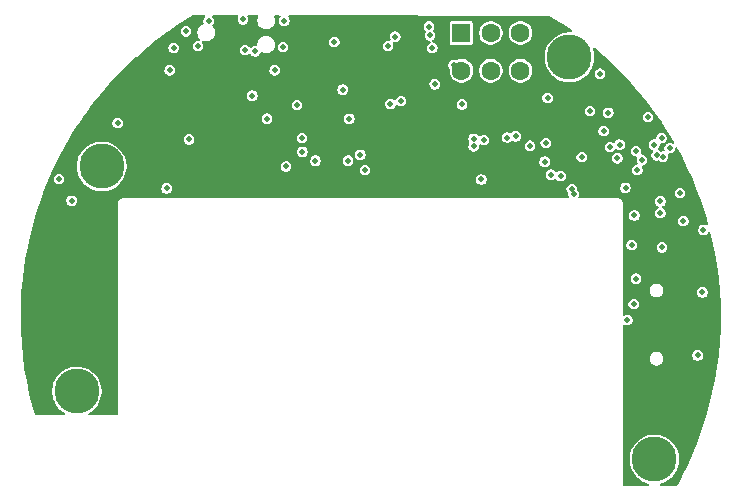
<source format=gbr>
%TF.GenerationSoftware,KiCad,Pcbnew,9.0.1*%
%TF.CreationDate,2025-12-04T23:43:19-05:00*%
%TF.ProjectId,EDDDial,45444444-6961-46c2-9e6b-696361645f70,rev?*%
%TF.SameCoordinates,Original*%
%TF.FileFunction,Copper,L3,Inr*%
%TF.FilePolarity,Positive*%
%FSLAX46Y46*%
G04 Gerber Fmt 4.6, Leading zero omitted, Abs format (unit mm)*
G04 Created by KiCad (PCBNEW 9.0.1) date 2025-12-04 23:43:19*
%MOMM*%
%LPD*%
G01*
G04 APERTURE LIST*
%TA.AperFunction,ComponentPad*%
%ADD10C,3.800000*%
%TD*%
%TA.AperFunction,ComponentPad*%
%ADD11R,1.600000X1.600000*%
%TD*%
%TA.AperFunction,ComponentPad*%
%ADD12C,1.600000*%
%TD*%
%TA.AperFunction,ViaPad*%
%ADD13C,0.500000*%
%TD*%
G04 APERTURE END LIST*
D10*
%TO.N,GND*%
%TO.C,H4*%
X125650000Y-137300000D03*
%TD*%
%TO.N,GND*%
%TO.C,H3*%
X118450000Y-103250000D03*
%TD*%
%TO.N,GND*%
%TO.C,H2*%
X76750000Y-131550000D03*
%TD*%
%TO.N,GND*%
%TO.C,H1*%
X78850000Y-112500000D03*
%TD*%
D11*
%TO.N,Net-(SW1-A)*%
%TO.C,SW1*%
X109300000Y-101200000D03*
D12*
%TO.N,Net-(SW1-4)*%
X111800000Y-101200000D03*
%TO.N,unconnected-(SW1-C-Pad3)_1*%
X114300000Y-101200000D03*
%TO.N,Net-(SW1-A)*%
X109300000Y-104400000D03*
%TO.N,Net-(SW1-4)*%
X111800000Y-104400000D03*
%TO.N,unconnected-(SW1-C-Pad3)*%
X114300000Y-104400000D03*
%TD*%
D13*
%TO.N,GND*%
X126150000Y-115450000D03*
X128100000Y-117100000D03*
X126150000Y-116450000D03*
X129800000Y-117850000D03*
X129300000Y-128500000D03*
X129700000Y-123150000D03*
X126300000Y-119350000D03*
X124100000Y-122000000D03*
X123716214Y-119143259D03*
X87000000Y-102300000D03*
X86000000Y-101050000D03*
X94191848Y-102396080D03*
X94319408Y-100153709D03*
X95400000Y-107300000D03*
X91600000Y-106500000D03*
X116600000Y-106700000D03*
X121050000Y-104650000D03*
%TO.N,VBAT*%
X109350000Y-107250000D03*
X84350000Y-114350000D03*
%TO.N,/STAT1*%
X94450000Y-112500000D03*
%TO.N,/STAT2*%
X110350000Y-110784003D03*
X113200000Y-110050000D03*
%TO.N,/STAT1*%
X111200000Y-110250000D03*
X113900000Y-109950000D03*
%TO.N,VBUS*%
X116350000Y-112100000D03*
X123950000Y-116650000D03*
%TO.N,Net-(SW1-A)*%
X118800000Y-114850000D03*
X118650000Y-114400000D03*
%TO.N,Net-(SW1-4)*%
X125850000Y-111550000D03*
X126356348Y-111676191D03*
%TO.N,/SWCLK*%
X106550000Y-100650000D03*
%TO.N,/SWDIO*%
X106650000Y-101400000D03*
X87913536Y-100191022D03*
%TO.N,/SWCLK*%
X90800000Y-100050000D03*
%TO.N,+3V3*%
X89250000Y-102650000D03*
%TO.N,GND*%
X122700000Y-110650000D03*
X125100000Y-108300000D03*
%TO.N,/NRST*%
X91000000Y-102650000D03*
%TO.N,/SWITCH*%
X103700000Y-101500000D03*
X76300001Y-115400000D03*
%TO.N,+3V3*%
X74450001Y-115000000D03*
%TO.N,GND*%
X84600000Y-104350000D03*
X93500000Y-104350000D03*
X119500000Y-111700000D03*
X115100000Y-110750000D03*
X110350000Y-110150000D03*
X116450000Y-110500000D03*
X123200000Y-114300000D03*
X121900000Y-110850000D03*
X120200000Y-107800000D03*
X121350000Y-109500000D03*
X121750000Y-107950000D03*
X126250000Y-110100000D03*
X125650000Y-110650000D03*
X126950000Y-110950000D03*
%TO.N,/STAT2*%
X124600000Y-111950000D03*
%TO.N,GND*%
X124100000Y-111200000D03*
X122500000Y-111800000D03*
X124200000Y-112800000D03*
X75250000Y-113550000D03*
X80200000Y-108800000D03*
X84950000Y-102450000D03*
X91850000Y-102750000D03*
X99250000Y-106000000D03*
X103300000Y-107200000D03*
X103100000Y-102300000D03*
X98550000Y-101950000D03*
%TO.N,Net-(SW1-A)*%
X108650000Y-103900000D03*
%TO.N,GND*%
X106850000Y-102450000D03*
X107050000Y-105550000D03*
%TO.N,/NRST*%
X104200000Y-106950000D03*
%TO.N,GND*%
X111000000Y-113600000D03*
%TO.N,+3V3*%
X113450000Y-114250000D03*
X112650000Y-114300000D03*
X110550000Y-114650000D03*
%TO.N,GND*%
X117700000Y-113300000D03*
X116900000Y-113200000D03*
%TO.N,Net-(J1-CC2)*%
X123354876Y-125511894D03*
X123900000Y-124150000D03*
%TO.N,/STAT1*%
X127800000Y-114750000D03*
%TO.N,GND*%
X99821391Y-108449294D03*
X92832443Y-108456008D03*
X86250000Y-110200000D03*
%TO.N,+3V3*%
X88300000Y-108800000D03*
X89550000Y-106650000D03*
X90400000Y-106650000D03*
X103900000Y-110150000D03*
X102850000Y-114200000D03*
X103900000Y-113400000D03*
%TO.N,GND*%
X101150000Y-112800000D03*
X99700000Y-112000000D03*
X96950000Y-112000000D03*
%TO.N,+3V3*%
X94200000Y-111350000D03*
X94500000Y-113450000D03*
%TO.N,GND*%
X95850000Y-111250000D03*
%TO.N,/STAT2*%
X100750000Y-111500000D03*
X95800000Y-110100000D03*
%TD*%
%TA.AperFunction,Conductor*%
%TO.N,+3V3*%
G36*
X87537471Y-99691114D02*
G01*
X87595634Y-99710101D01*
X87631530Y-99759650D01*
X87631447Y-99820835D01*
X87607338Y-99860117D01*
X87553047Y-99914408D01*
X87553043Y-99914413D01*
X87493738Y-100017131D01*
X87493737Y-100017136D01*
X87463036Y-100131713D01*
X87463036Y-100250331D01*
X87488103Y-100343880D01*
X87484901Y-100404981D01*
X87446395Y-100452531D01*
X87430362Y-100460967D01*
X87334836Y-100500535D01*
X87212033Y-100582589D01*
X87107589Y-100687033D01*
X87025535Y-100809836D01*
X86969013Y-100946292D01*
X86940200Y-101091148D01*
X86940200Y-101238851D01*
X86969013Y-101383707D01*
X87025535Y-101520163D01*
X87107589Y-101642966D01*
X87107592Y-101642970D01*
X87146532Y-101681910D01*
X87174308Y-101736425D01*
X87164737Y-101796857D01*
X87121472Y-101840122D01*
X87063609Y-101850066D01*
X87059309Y-101849500D01*
X86940691Y-101849500D01*
X86893761Y-101862075D01*
X86826109Y-101880202D01*
X86723391Y-101939507D01*
X86639507Y-102023391D01*
X86580202Y-102126109D01*
X86575260Y-102144554D01*
X86549500Y-102240691D01*
X86549500Y-102359309D01*
X86560537Y-102400500D01*
X86580202Y-102473890D01*
X86639507Y-102576608D01*
X86639509Y-102576610D01*
X86639511Y-102576613D01*
X86723387Y-102660489D01*
X86723389Y-102660490D01*
X86723391Y-102660492D01*
X86826110Y-102719797D01*
X86826111Y-102719797D01*
X86826114Y-102719799D01*
X86940691Y-102750500D01*
X86940693Y-102750500D01*
X87059307Y-102750500D01*
X87059309Y-102750500D01*
X87173886Y-102719799D01*
X87173888Y-102719797D01*
X87173890Y-102719797D01*
X87276608Y-102660492D01*
X87276608Y-102660491D01*
X87276613Y-102660489D01*
X87346411Y-102590691D01*
X90549500Y-102590691D01*
X90549500Y-102709309D01*
X90565512Y-102769067D01*
X90580202Y-102823890D01*
X90639507Y-102926608D01*
X90639509Y-102926610D01*
X90639511Y-102926613D01*
X90723387Y-103010489D01*
X90723389Y-103010490D01*
X90723391Y-103010492D01*
X90826110Y-103069797D01*
X90826111Y-103069797D01*
X90826114Y-103069799D01*
X90940691Y-103100500D01*
X90940693Y-103100500D01*
X91059307Y-103100500D01*
X91059309Y-103100500D01*
X91173886Y-103069799D01*
X91173888Y-103069797D01*
X91173890Y-103069797D01*
X91276608Y-103010492D01*
X91276608Y-103010491D01*
X91276613Y-103010489D01*
X91314453Y-102972648D01*
X91368967Y-102944872D01*
X91429399Y-102954443D01*
X91470190Y-102993151D01*
X91489507Y-103026608D01*
X91489509Y-103026610D01*
X91489511Y-103026613D01*
X91573387Y-103110489D01*
X91573389Y-103110490D01*
X91573391Y-103110492D01*
X91676110Y-103169797D01*
X91676111Y-103169797D01*
X91676114Y-103169799D01*
X91790691Y-103200500D01*
X91790693Y-103200500D01*
X91909307Y-103200500D01*
X91909309Y-103200500D01*
X92023886Y-103169799D01*
X92023888Y-103169797D01*
X92023890Y-103169797D01*
X92126608Y-103110492D01*
X92126608Y-103110491D01*
X92126613Y-103110489D01*
X92210489Y-103026613D01*
X92269799Y-102923886D01*
X92274064Y-102907965D01*
X92307387Y-102856652D01*
X92364508Y-102834724D01*
X92409835Y-102844827D01*
X92410343Y-102843603D01*
X92414836Y-102845464D01*
X92551291Y-102901986D01*
X92696151Y-102930800D01*
X92696152Y-102930800D01*
X92843848Y-102930800D01*
X92843849Y-102930800D01*
X92988709Y-102901986D01*
X93125164Y-102845464D01*
X93247970Y-102763408D01*
X93352408Y-102658970D01*
X93434464Y-102536164D01*
X93490986Y-102399709D01*
X93503505Y-102336771D01*
X93741348Y-102336771D01*
X93741348Y-102455389D01*
X93762992Y-102536164D01*
X93772050Y-102569970D01*
X93831355Y-102672688D01*
X93831357Y-102672690D01*
X93831359Y-102672693D01*
X93915235Y-102756569D01*
X93915237Y-102756570D01*
X93915239Y-102756572D01*
X94017958Y-102815877D01*
X94017959Y-102815877D01*
X94017962Y-102815879D01*
X94132539Y-102846580D01*
X94132541Y-102846580D01*
X94251155Y-102846580D01*
X94251157Y-102846580D01*
X94365734Y-102815879D01*
X94365736Y-102815877D01*
X94365738Y-102815877D01*
X94468456Y-102756572D01*
X94468456Y-102756571D01*
X94468461Y-102756569D01*
X94552337Y-102672693D01*
X94599681Y-102590692D01*
X94611645Y-102569970D01*
X94611645Y-102569968D01*
X94611647Y-102569966D01*
X94642348Y-102455389D01*
X94642348Y-102336771D01*
X94611647Y-102222194D01*
X94611645Y-102222191D01*
X94611645Y-102222189D01*
X94552340Y-102119471D01*
X94552338Y-102119469D01*
X94552337Y-102119467D01*
X94468461Y-102035591D01*
X94468458Y-102035589D01*
X94468456Y-102035587D01*
X94365738Y-101976282D01*
X94352131Y-101972636D01*
X94251157Y-101945580D01*
X94132539Y-101945580D01*
X94069826Y-101962384D01*
X94017957Y-101976282D01*
X93915239Y-102035587D01*
X93831355Y-102119471D01*
X93772050Y-102222189D01*
X93767092Y-102240692D01*
X93741348Y-102336771D01*
X93503505Y-102336771D01*
X93519800Y-102254849D01*
X93519800Y-102107151D01*
X93490986Y-101962291D01*
X93461328Y-101890691D01*
X98099500Y-101890691D01*
X98099500Y-102009309D01*
X98117967Y-102078227D01*
X98130202Y-102123890D01*
X98189507Y-102226608D01*
X98189509Y-102226610D01*
X98189511Y-102226613D01*
X98273387Y-102310489D01*
X98273389Y-102310490D01*
X98273391Y-102310492D01*
X98376110Y-102369797D01*
X98376111Y-102369797D01*
X98376114Y-102369799D01*
X98490691Y-102400500D01*
X98490693Y-102400500D01*
X98609307Y-102400500D01*
X98609309Y-102400500D01*
X98723886Y-102369799D01*
X98723888Y-102369797D01*
X98723890Y-102369797D01*
X98826608Y-102310492D01*
X98826608Y-102310491D01*
X98826613Y-102310489D01*
X98896411Y-102240691D01*
X102649500Y-102240691D01*
X102649500Y-102359309D01*
X102660537Y-102400500D01*
X102680202Y-102473890D01*
X102739507Y-102576608D01*
X102739509Y-102576610D01*
X102739511Y-102576613D01*
X102823387Y-102660489D01*
X102823389Y-102660490D01*
X102823391Y-102660492D01*
X102926110Y-102719797D01*
X102926111Y-102719797D01*
X102926114Y-102719799D01*
X103040691Y-102750500D01*
X103040693Y-102750500D01*
X103159307Y-102750500D01*
X103159309Y-102750500D01*
X103273886Y-102719799D01*
X103273888Y-102719797D01*
X103273890Y-102719797D01*
X103376608Y-102660492D01*
X103376608Y-102660491D01*
X103376613Y-102660489D01*
X103460489Y-102576613D01*
X103471974Y-102556720D01*
X103519797Y-102473890D01*
X103519797Y-102473888D01*
X103519799Y-102473886D01*
X103550500Y-102359309D01*
X103550500Y-102240691D01*
X103519799Y-102126114D01*
X103497230Y-102087025D01*
X103484509Y-102027178D01*
X103509395Y-101971282D01*
X103562382Y-101940689D01*
X103608587Y-101941897D01*
X103640691Y-101950500D01*
X103640693Y-101950500D01*
X103759307Y-101950500D01*
X103759309Y-101950500D01*
X103873886Y-101919799D01*
X103873888Y-101919797D01*
X103873890Y-101919797D01*
X103976608Y-101860492D01*
X103976608Y-101860491D01*
X103976613Y-101860489D01*
X104060489Y-101776613D01*
X104102973Y-101703030D01*
X104119797Y-101673890D01*
X104119797Y-101673888D01*
X104119799Y-101673886D01*
X104150500Y-101559309D01*
X104150500Y-101440691D01*
X104119799Y-101326114D01*
X104119797Y-101326111D01*
X104119797Y-101326109D01*
X104060492Y-101223391D01*
X104060490Y-101223389D01*
X104060489Y-101223387D01*
X103976613Y-101139511D01*
X103976610Y-101139509D01*
X103976608Y-101139507D01*
X103873889Y-101080202D01*
X103873890Y-101080202D01*
X103860351Y-101076574D01*
X103759309Y-101049500D01*
X103640691Y-101049500D01*
X103570567Y-101068289D01*
X103526109Y-101080202D01*
X103423391Y-101139507D01*
X103339507Y-101223391D01*
X103280202Y-101326109D01*
X103280067Y-101326613D01*
X103249500Y-101440691D01*
X103249500Y-101559309D01*
X103280201Y-101673886D01*
X103280202Y-101673888D01*
X103302768Y-101712973D01*
X103315490Y-101772822D01*
X103290604Y-101828717D01*
X103237616Y-101859310D01*
X103191410Y-101858101D01*
X103159309Y-101849500D01*
X103040691Y-101849500D01*
X102993761Y-101862075D01*
X102926109Y-101880202D01*
X102823391Y-101939507D01*
X102739507Y-102023391D01*
X102680202Y-102126109D01*
X102675260Y-102144554D01*
X102649500Y-102240691D01*
X98896411Y-102240691D01*
X98910489Y-102226613D01*
X98969799Y-102123886D01*
X99000500Y-102009309D01*
X99000500Y-101890691D01*
X98969799Y-101776114D01*
X98969797Y-101776111D01*
X98969797Y-101776109D01*
X98910492Y-101673391D01*
X98910490Y-101673389D01*
X98910489Y-101673387D01*
X98826613Y-101589511D01*
X98826610Y-101589509D01*
X98826608Y-101589507D01*
X98723889Y-101530202D01*
X98723890Y-101530202D01*
X98710351Y-101526574D01*
X98609309Y-101499500D01*
X98490691Y-101499500D01*
X98427116Y-101516535D01*
X98376109Y-101530202D01*
X98273391Y-101589507D01*
X98189507Y-101673391D01*
X98130202Y-101776109D01*
X98118333Y-101820407D01*
X98099500Y-101890691D01*
X93461328Y-101890691D01*
X93434464Y-101825836D01*
X93352408Y-101703030D01*
X93247970Y-101598592D01*
X93247966Y-101598589D01*
X93125163Y-101516535D01*
X92988707Y-101460013D01*
X92843851Y-101431200D01*
X92843849Y-101431200D01*
X92696151Y-101431200D01*
X92696148Y-101431200D01*
X92551292Y-101460013D01*
X92414836Y-101516535D01*
X92292033Y-101598589D01*
X92187589Y-101703033D01*
X92105535Y-101825836D01*
X92049013Y-101962292D01*
X92020200Y-102107148D01*
X92020200Y-102201211D01*
X92001293Y-102259402D01*
X91951793Y-102295366D01*
X91915798Y-102298673D01*
X91915798Y-102299500D01*
X91909309Y-102299500D01*
X91790691Y-102299500D01*
X91720567Y-102318289D01*
X91676109Y-102330202D01*
X91573391Y-102389507D01*
X91573385Y-102389512D01*
X91535545Y-102427351D01*
X91481028Y-102455128D01*
X91420596Y-102445555D01*
X91379807Y-102406847D01*
X91360489Y-102373387D01*
X91276613Y-102289511D01*
X91276610Y-102289509D01*
X91276608Y-102289507D01*
X91173889Y-102230202D01*
X91173890Y-102230202D01*
X91160351Y-102226574D01*
X91059309Y-102199500D01*
X90940691Y-102199500D01*
X90870567Y-102218289D01*
X90826109Y-102230202D01*
X90723391Y-102289507D01*
X90639507Y-102373391D01*
X90580202Y-102476109D01*
X90572382Y-102505293D01*
X90549500Y-102590691D01*
X87346411Y-102590691D01*
X87360489Y-102576613D01*
X87419799Y-102473886D01*
X87450500Y-102359309D01*
X87450500Y-102240691D01*
X87419799Y-102126114D01*
X87419797Y-102126111D01*
X87419797Y-102126109D01*
X87365742Y-102032484D01*
X87353020Y-101972636D01*
X87377906Y-101916740D01*
X87430894Y-101886147D01*
X87470792Y-101885886D01*
X87471287Y-101885984D01*
X87471291Y-101885986D01*
X87616151Y-101914800D01*
X87616152Y-101914800D01*
X87763848Y-101914800D01*
X87763849Y-101914800D01*
X87908709Y-101885986D01*
X88045164Y-101829464D01*
X88167970Y-101747408D01*
X88272408Y-101642970D01*
X88354464Y-101520164D01*
X88410986Y-101383709D01*
X88439800Y-101238849D01*
X88439800Y-101091151D01*
X88410986Y-100946291D01*
X88354464Y-100809836D01*
X88272408Y-100687030D01*
X88233522Y-100648143D01*
X88205745Y-100593626D01*
X88215317Y-100533194D01*
X88233520Y-100508139D01*
X88274025Y-100467635D01*
X88277875Y-100460967D01*
X88333333Y-100364912D01*
X88333333Y-100364910D01*
X88333335Y-100364908D01*
X88364036Y-100250331D01*
X88364036Y-100131713D01*
X88333335Y-100017136D01*
X88333333Y-100017133D01*
X88333333Y-100017131D01*
X88274028Y-99914413D01*
X88274026Y-99914411D01*
X88274025Y-99914409D01*
X88220759Y-99861143D01*
X88192984Y-99806629D01*
X88202555Y-99746197D01*
X88245820Y-99702932D01*
X88290898Y-99692142D01*
X90313486Y-99694901D01*
X90371650Y-99713888D01*
X90407546Y-99763437D01*
X90407463Y-99824622D01*
X90399087Y-99843399D01*
X90380203Y-99876108D01*
X90380202Y-99876109D01*
X90374571Y-99897126D01*
X90349500Y-99990691D01*
X90349500Y-100109309D01*
X90373667Y-100199500D01*
X90380202Y-100223890D01*
X90439507Y-100326608D01*
X90439509Y-100326610D01*
X90439511Y-100326613D01*
X90523387Y-100410489D01*
X90523389Y-100410490D01*
X90523391Y-100410492D01*
X90626110Y-100469797D01*
X90626111Y-100469797D01*
X90626114Y-100469799D01*
X90740691Y-100500500D01*
X90740693Y-100500500D01*
X90859307Y-100500500D01*
X90859309Y-100500500D01*
X90973886Y-100469799D01*
X90973888Y-100469797D01*
X90973890Y-100469797D01*
X91076608Y-100410492D01*
X91076608Y-100410491D01*
X91076613Y-100410489D01*
X91160489Y-100326613D01*
X91163286Y-100321769D01*
X91219797Y-100223890D01*
X91219797Y-100223888D01*
X91219799Y-100223886D01*
X91250500Y-100109309D01*
X91250500Y-99990691D01*
X91219799Y-99876114D01*
X91201679Y-99844730D01*
X91188958Y-99784884D01*
X91213843Y-99728988D01*
X91266831Y-99698395D01*
X91287550Y-99696231D01*
X91997536Y-99697199D01*
X92055699Y-99716186D01*
X92091595Y-99765735D01*
X92091512Y-99826920D01*
X92088863Y-99834084D01*
X92049014Y-99930289D01*
X92049014Y-99930291D01*
X92020200Y-100075148D01*
X92020200Y-100222851D01*
X92049013Y-100367707D01*
X92105535Y-100504163D01*
X92180623Y-100616540D01*
X92187592Y-100626970D01*
X92292030Y-100731408D01*
X92414836Y-100813464D01*
X92551291Y-100869986D01*
X92696151Y-100898800D01*
X92696152Y-100898800D01*
X92843848Y-100898800D01*
X92843849Y-100898800D01*
X92988709Y-100869986D01*
X93125164Y-100813464D01*
X93247970Y-100731408D01*
X93352408Y-100626970D01*
X93434464Y-100504164D01*
X93490986Y-100367709D01*
X93519800Y-100222849D01*
X93519800Y-100075151D01*
X93490986Y-99930291D01*
X93452008Y-99836192D01*
X93447208Y-99775197D01*
X93479177Y-99723028D01*
X93535705Y-99699613D01*
X93543600Y-99699308D01*
X93897354Y-99699790D01*
X93955517Y-99718777D01*
X93991413Y-99768326D01*
X93991330Y-99829511D01*
X93967223Y-99868791D01*
X93958920Y-99877093D01*
X93958915Y-99877100D01*
X93899610Y-99979818D01*
X93896453Y-99991602D01*
X93868908Y-100094400D01*
X93868908Y-100213018D01*
X93880277Y-100255448D01*
X93899610Y-100327599D01*
X93958915Y-100430317D01*
X93958917Y-100430319D01*
X93958919Y-100430322D01*
X94042795Y-100514198D01*
X94042797Y-100514199D01*
X94042799Y-100514201D01*
X94145518Y-100573506D01*
X94145519Y-100573506D01*
X94145522Y-100573508D01*
X94260099Y-100604209D01*
X94260101Y-100604209D01*
X94378715Y-100604209D01*
X94378717Y-100604209D01*
X94429167Y-100590691D01*
X106099500Y-100590691D01*
X106099500Y-100709309D01*
X106105422Y-100731410D01*
X106130202Y-100823890D01*
X106189507Y-100926608D01*
X106189509Y-100926610D01*
X106189511Y-100926613D01*
X106271218Y-101008320D01*
X106298994Y-101062835D01*
X106289423Y-101123267D01*
X106286950Y-101127822D01*
X106230201Y-101226112D01*
X106226788Y-101238851D01*
X106199500Y-101340691D01*
X106199500Y-101459309D01*
X106210337Y-101499753D01*
X106230202Y-101573890D01*
X106289507Y-101676608D01*
X106289509Y-101676610D01*
X106289511Y-101676613D01*
X106373387Y-101760489D01*
X106373389Y-101760490D01*
X106373391Y-101760492D01*
X106476110Y-101819797D01*
X106476111Y-101819797D01*
X106476114Y-101819799D01*
X106590691Y-101850500D01*
X106590693Y-101850500D01*
X106617892Y-101850500D01*
X106676083Y-101869407D01*
X106712047Y-101918907D01*
X106712047Y-101980093D01*
X106676083Y-102029593D01*
X106667392Y-102035236D01*
X106573391Y-102089507D01*
X106489507Y-102173391D01*
X106430202Y-102276109D01*
X106418715Y-102318979D01*
X106399500Y-102390691D01*
X106399500Y-102509309D01*
X106406304Y-102534701D01*
X106430202Y-102623890D01*
X106489507Y-102726608D01*
X106489509Y-102726610D01*
X106489511Y-102726613D01*
X106573387Y-102810489D01*
X106573389Y-102810490D01*
X106573391Y-102810492D01*
X106676110Y-102869797D01*
X106676111Y-102869797D01*
X106676114Y-102869799D01*
X106790691Y-102900500D01*
X106790693Y-102900500D01*
X106909307Y-102900500D01*
X106909309Y-102900500D01*
X107023886Y-102869799D01*
X107023888Y-102869797D01*
X107023890Y-102869797D01*
X107126608Y-102810492D01*
X107126608Y-102810491D01*
X107126613Y-102810489D01*
X107210489Y-102726613D01*
X107241623Y-102672688D01*
X107269797Y-102623890D01*
X107269797Y-102623888D01*
X107269799Y-102623886D01*
X107300500Y-102509309D01*
X107300500Y-102390691D01*
X107269799Y-102276114D01*
X107269797Y-102276111D01*
X107269797Y-102276109D01*
X107210492Y-102173391D01*
X107210490Y-102173389D01*
X107210489Y-102173387D01*
X107126613Y-102089511D01*
X107126610Y-102089509D01*
X107126608Y-102089507D01*
X107023889Y-102030202D01*
X107023890Y-102030202D01*
X106984875Y-102019748D01*
X106909309Y-101999500D01*
X106882108Y-101999500D01*
X106823917Y-101980593D01*
X106787953Y-101931093D01*
X106787953Y-101869907D01*
X106823917Y-101820407D01*
X106832608Y-101814764D01*
X106926608Y-101760492D01*
X106926608Y-101760491D01*
X106926613Y-101760489D01*
X107010489Y-101676613D01*
X107012062Y-101673888D01*
X107069797Y-101573890D01*
X107069797Y-101573888D01*
X107069799Y-101573886D01*
X107100500Y-101459309D01*
X107100500Y-101340691D01*
X107069799Y-101226114D01*
X107069797Y-101226111D01*
X107069797Y-101226109D01*
X107010492Y-101123391D01*
X107010490Y-101123389D01*
X107010489Y-101123387D01*
X106928780Y-101041678D01*
X106901005Y-100987164D01*
X106910576Y-100926732D01*
X106913038Y-100922197D01*
X106969799Y-100823886D01*
X107000500Y-100709309D01*
X107000500Y-100590691D01*
X106969799Y-100476114D01*
X106928730Y-100404981D01*
X106914454Y-100380253D01*
X108299500Y-100380253D01*
X108299500Y-102019746D01*
X108299501Y-102019758D01*
X108311132Y-102078227D01*
X108311134Y-102078233D01*
X108343126Y-102126111D01*
X108355448Y-102144552D01*
X108421769Y-102188867D01*
X108466231Y-102197711D01*
X108480241Y-102200498D01*
X108480246Y-102200498D01*
X108480252Y-102200500D01*
X108480253Y-102200500D01*
X110119747Y-102200500D01*
X110119748Y-102200500D01*
X110178231Y-102188867D01*
X110244552Y-102144552D01*
X110288867Y-102078231D01*
X110300500Y-102019748D01*
X110300500Y-101101456D01*
X110799500Y-101101456D01*
X110799500Y-101298543D01*
X110837949Y-101491834D01*
X110837949Y-101491836D01*
X110913367Y-101673913D01*
X110913368Y-101673914D01*
X111022861Y-101837782D01*
X111162218Y-101977139D01*
X111326086Y-102086632D01*
X111508165Y-102162051D01*
X111701459Y-102200500D01*
X111701460Y-102200500D01*
X111898540Y-102200500D01*
X111898541Y-102200500D01*
X112091835Y-102162051D01*
X112273914Y-102086632D01*
X112437782Y-101977139D01*
X112577139Y-101837782D01*
X112686632Y-101673914D01*
X112762051Y-101491835D01*
X112800500Y-101298541D01*
X112800500Y-101101459D01*
X112800499Y-101101456D01*
X113299500Y-101101456D01*
X113299500Y-101298543D01*
X113337949Y-101491834D01*
X113337949Y-101491836D01*
X113413367Y-101673913D01*
X113413368Y-101673914D01*
X113522861Y-101837782D01*
X113662218Y-101977139D01*
X113826086Y-102086632D01*
X114008165Y-102162051D01*
X114201459Y-102200500D01*
X114201460Y-102200500D01*
X114398540Y-102200500D01*
X114398541Y-102200500D01*
X114591835Y-102162051D01*
X114773914Y-102086632D01*
X114937782Y-101977139D01*
X115077139Y-101837782D01*
X115186632Y-101673914D01*
X115262051Y-101491835D01*
X115300500Y-101298541D01*
X115300500Y-101101459D01*
X115262051Y-100908165D01*
X115186632Y-100726086D01*
X115077139Y-100562218D01*
X114937782Y-100422861D01*
X114828288Y-100349699D01*
X114773913Y-100313367D01*
X114591835Y-100237949D01*
X114398543Y-100199500D01*
X114398541Y-100199500D01*
X114201459Y-100199500D01*
X114201456Y-100199500D01*
X114008165Y-100237949D01*
X114008163Y-100237949D01*
X113826086Y-100313367D01*
X113662218Y-100422861D01*
X113662214Y-100422864D01*
X113522864Y-100562214D01*
X113522861Y-100562218D01*
X113413367Y-100726086D01*
X113337949Y-100908163D01*
X113337949Y-100908165D01*
X113299500Y-101101456D01*
X112800499Y-101101456D01*
X112762051Y-100908165D01*
X112686632Y-100726086D01*
X112577139Y-100562218D01*
X112437782Y-100422861D01*
X112328288Y-100349699D01*
X112273913Y-100313367D01*
X112091835Y-100237949D01*
X111898543Y-100199500D01*
X111898541Y-100199500D01*
X111701459Y-100199500D01*
X111701456Y-100199500D01*
X111508165Y-100237949D01*
X111508163Y-100237949D01*
X111326086Y-100313367D01*
X111162218Y-100422861D01*
X111162214Y-100422864D01*
X111022864Y-100562214D01*
X111022861Y-100562218D01*
X110913367Y-100726086D01*
X110837949Y-100908163D01*
X110837949Y-100908165D01*
X110799500Y-101101456D01*
X110300500Y-101101456D01*
X110300500Y-100380252D01*
X110299134Y-100373387D01*
X110293265Y-100343880D01*
X110288867Y-100321769D01*
X110244552Y-100255448D01*
X110236891Y-100250329D01*
X110178233Y-100211134D01*
X110178231Y-100211133D01*
X110178228Y-100211132D01*
X110178227Y-100211132D01*
X110119758Y-100199501D01*
X110119748Y-100199500D01*
X108480252Y-100199500D01*
X108480251Y-100199500D01*
X108480241Y-100199501D01*
X108421772Y-100211132D01*
X108421766Y-100211134D01*
X108355451Y-100255445D01*
X108355445Y-100255451D01*
X108311134Y-100321766D01*
X108311132Y-100321772D01*
X108299501Y-100380241D01*
X108299500Y-100380253D01*
X106914454Y-100380253D01*
X106910492Y-100373391D01*
X106910490Y-100373389D01*
X106910489Y-100373387D01*
X106826613Y-100289511D01*
X106826610Y-100289509D01*
X106826608Y-100289507D01*
X106723889Y-100230202D01*
X106723890Y-100230202D01*
X106700318Y-100223886D01*
X106609309Y-100199500D01*
X106490691Y-100199500D01*
X106420567Y-100218289D01*
X106376109Y-100230202D01*
X106273391Y-100289507D01*
X106189507Y-100373391D01*
X106130202Y-100476109D01*
X106114906Y-100533194D01*
X106099500Y-100590691D01*
X94429167Y-100590691D01*
X94493294Y-100573508D01*
X94493296Y-100573506D01*
X94493298Y-100573506D01*
X94596016Y-100514201D01*
X94596016Y-100514200D01*
X94596021Y-100514198D01*
X94679897Y-100430322D01*
X94708812Y-100380241D01*
X94739205Y-100327599D01*
X94739205Y-100327597D01*
X94739207Y-100327595D01*
X94769908Y-100213018D01*
X94769908Y-100094400D01*
X94739207Y-99979823D01*
X94739205Y-99979820D01*
X94739205Y-99979818D01*
X94679900Y-99877100D01*
X94679898Y-99877098D01*
X94679897Y-99877096D01*
X94672746Y-99869945D01*
X94644971Y-99815431D01*
X94654542Y-99754999D01*
X94697807Y-99711734D01*
X94742885Y-99700944D01*
X116708951Y-99730911D01*
X116758686Y-99744390D01*
X116916105Y-99836194D01*
X117020586Y-99897126D01*
X117023677Y-99899005D01*
X117168467Y-99990692D01*
X117935761Y-100476575D01*
X117938750Y-100478547D01*
X118654683Y-100969448D01*
X118691983Y-101017949D01*
X118693652Y-101079111D01*
X118659051Y-101129573D01*
X118601397Y-101150060D01*
X118590919Y-101149517D01*
X118590907Y-101149712D01*
X118587674Y-101149500D01*
X118312326Y-101149500D01*
X118312324Y-101149500D01*
X118039340Y-101185439D01*
X118039338Y-101185439D01*
X118039334Y-101185440D01*
X117938805Y-101212376D01*
X117773368Y-101256704D01*
X117518983Y-101362074D01*
X117280517Y-101499753D01*
X117062075Y-101667369D01*
X116867369Y-101862075D01*
X116699753Y-102080517D01*
X116562074Y-102318983D01*
X116456704Y-102573368D01*
X116420280Y-102709307D01*
X116385440Y-102839334D01*
X116385439Y-102839338D01*
X116385439Y-102839340D01*
X116349500Y-103112324D01*
X116349500Y-103387675D01*
X116364294Y-103500043D01*
X116385440Y-103660666D01*
X116402977Y-103726114D01*
X116456704Y-103926631D01*
X116562074Y-104181016D01*
X116562077Y-104181021D01*
X116693879Y-104409309D01*
X116699753Y-104419482D01*
X116779865Y-104523886D01*
X116867372Y-104637928D01*
X117062072Y-104832628D01*
X117280521Y-105000249D01*
X117518979Y-105137923D01*
X117518980Y-105137923D01*
X117518983Y-105137925D01*
X117773368Y-105243295D01*
X118039334Y-105314560D01*
X118312326Y-105350500D01*
X118312327Y-105350500D01*
X118587673Y-105350500D01*
X118587674Y-105350500D01*
X118860666Y-105314560D01*
X119126632Y-105243295D01*
X119381021Y-105137923D01*
X119619479Y-105000249D01*
X119837928Y-104832628D01*
X120032628Y-104637928D01*
X120068874Y-104590691D01*
X120599500Y-104590691D01*
X120599500Y-104709309D01*
X120623935Y-104800500D01*
X120630202Y-104823890D01*
X120689507Y-104926608D01*
X120689509Y-104926610D01*
X120689511Y-104926613D01*
X120773387Y-105010489D01*
X120773389Y-105010490D01*
X120773391Y-105010492D01*
X120876110Y-105069797D01*
X120876111Y-105069797D01*
X120876114Y-105069799D01*
X120990691Y-105100500D01*
X120990693Y-105100500D01*
X121109307Y-105100500D01*
X121109309Y-105100500D01*
X121223886Y-105069799D01*
X121223888Y-105069797D01*
X121223890Y-105069797D01*
X121326608Y-105010492D01*
X121326608Y-105010491D01*
X121326613Y-105010489D01*
X121410489Y-104926613D01*
X121469799Y-104823886D01*
X121500500Y-104709309D01*
X121500500Y-104590691D01*
X121469799Y-104476114D01*
X121469797Y-104476111D01*
X121469797Y-104476109D01*
X121410492Y-104373391D01*
X121410490Y-104373389D01*
X121410489Y-104373387D01*
X121326613Y-104289511D01*
X121326610Y-104289509D01*
X121326608Y-104289507D01*
X121223889Y-104230202D01*
X121223890Y-104230202D01*
X121164759Y-104214358D01*
X121109309Y-104199500D01*
X120990691Y-104199500D01*
X120935241Y-104214358D01*
X120876109Y-104230202D01*
X120773391Y-104289507D01*
X120689507Y-104373391D01*
X120630202Y-104476109D01*
X120624191Y-104498543D01*
X120599500Y-104590691D01*
X120068874Y-104590691D01*
X120200249Y-104419479D01*
X120337923Y-104181021D01*
X120443295Y-103926632D01*
X120514560Y-103660666D01*
X120550500Y-103387674D01*
X120550500Y-103112326D01*
X120514560Y-102839334D01*
X120443295Y-102573368D01*
X120440362Y-102566289D01*
X120435562Y-102505293D01*
X120467531Y-102453124D01*
X120524059Y-102429709D01*
X120583554Y-102443992D01*
X120596410Y-102453370D01*
X121366674Y-103116354D01*
X121369372Y-103118764D01*
X122161273Y-103852410D01*
X122163882Y-103854917D01*
X122268611Y-103959307D01*
X122835027Y-104523890D01*
X122928460Y-104617020D01*
X122930975Y-104619620D01*
X123667198Y-105409150D01*
X123669617Y-105411841D01*
X124028537Y-105826114D01*
X124329844Y-106173890D01*
X124376508Y-106227750D01*
X124378819Y-106230518D01*
X124619867Y-106530202D01*
X125055414Y-107071696D01*
X125057630Y-107074556D01*
X125703058Y-107939917D01*
X125705166Y-107942855D01*
X126262811Y-108750500D01*
X126318522Y-108831186D01*
X126320518Y-108834192D01*
X126897925Y-109739511D01*
X126901015Y-109744355D01*
X126902905Y-109747441D01*
X127295398Y-110415476D01*
X127308574Y-110475225D01*
X127284113Y-110531309D01*
X127231359Y-110562303D01*
X127170462Y-110556371D01*
X127160540Y-110551363D01*
X127123887Y-110530201D01*
X127072757Y-110516501D01*
X127009309Y-110499500D01*
X126890691Y-110499500D01*
X126833402Y-110514850D01*
X126776112Y-110530201D01*
X126681239Y-110584976D01*
X126681234Y-110584980D01*
X126673387Y-110589511D01*
X126645723Y-110617174D01*
X126645702Y-110617194D01*
X126589511Y-110673386D01*
X126589507Y-110673391D01*
X126530202Y-110776109D01*
X126521307Y-110809307D01*
X126499500Y-110890691D01*
X126499500Y-111009309D01*
X126523667Y-111099500D01*
X126524318Y-111101929D01*
X126521115Y-111163030D01*
X126482610Y-111210580D01*
X126423510Y-111226416D01*
X126415779Y-111225706D01*
X126415665Y-111225691D01*
X126415657Y-111225691D01*
X126297039Y-111225691D01*
X126297034Y-111225691D01*
X126246369Y-111239266D01*
X126185268Y-111236062D01*
X126150747Y-111213644D01*
X126126614Y-111189512D01*
X126126608Y-111189507D01*
X126023889Y-111130202D01*
X126023886Y-111130201D01*
X126018380Y-111128725D01*
X125967068Y-111095400D01*
X125945143Y-111038277D01*
X125960982Y-110979177D01*
X125974000Y-110963101D01*
X126010489Y-110926613D01*
X126012061Y-110923890D01*
X126069797Y-110823890D01*
X126069797Y-110823888D01*
X126069799Y-110823886D01*
X126100500Y-110709309D01*
X126100500Y-110649500D01*
X126119407Y-110591309D01*
X126168907Y-110555345D01*
X126199500Y-110550500D01*
X126309307Y-110550500D01*
X126309309Y-110550500D01*
X126423886Y-110519799D01*
X126526613Y-110460489D01*
X126610489Y-110376613D01*
X126612061Y-110373890D01*
X126669797Y-110273890D01*
X126669797Y-110273888D01*
X126669799Y-110273886D01*
X126700500Y-110159309D01*
X126700500Y-110040691D01*
X126669799Y-109926114D01*
X126669797Y-109926111D01*
X126669797Y-109926109D01*
X126610492Y-109823391D01*
X126610490Y-109823389D01*
X126610489Y-109823387D01*
X126526613Y-109739511D01*
X126526610Y-109739509D01*
X126526608Y-109739507D01*
X126423889Y-109680202D01*
X126423890Y-109680202D01*
X126389999Y-109671121D01*
X126309309Y-109649500D01*
X126190691Y-109649500D01*
X126120567Y-109668289D01*
X126076109Y-109680202D01*
X125973391Y-109739507D01*
X125889507Y-109823391D01*
X125830202Y-109926109D01*
X125799500Y-110040692D01*
X125799500Y-110100500D01*
X125780593Y-110158691D01*
X125731093Y-110194655D01*
X125700500Y-110199500D01*
X125590691Y-110199500D01*
X125554084Y-110209309D01*
X125476109Y-110230202D01*
X125373391Y-110289507D01*
X125289507Y-110373391D01*
X125230202Y-110476109D01*
X125218079Y-110521355D01*
X125199500Y-110590691D01*
X125199500Y-110709309D01*
X125217533Y-110776608D01*
X125230202Y-110823890D01*
X125289507Y-110926608D01*
X125289509Y-110926610D01*
X125289511Y-110926613D01*
X125373387Y-111010489D01*
X125373389Y-111010490D01*
X125373391Y-111010492D01*
X125476110Y-111069797D01*
X125476111Y-111069798D01*
X125476113Y-111069798D01*
X125476114Y-111069799D01*
X125481612Y-111071272D01*
X125532927Y-111104595D01*
X125554855Y-111161716D01*
X125539020Y-111220817D01*
X125525995Y-111236902D01*
X125489512Y-111273385D01*
X125489507Y-111273391D01*
X125430202Y-111376109D01*
X125423914Y-111399578D01*
X125399500Y-111490691D01*
X125399500Y-111609309D01*
X125416805Y-111673890D01*
X125430202Y-111723890D01*
X125489507Y-111826608D01*
X125489509Y-111826610D01*
X125489511Y-111826613D01*
X125573387Y-111910489D01*
X125573389Y-111910490D01*
X125573391Y-111910492D01*
X125676110Y-111969797D01*
X125676111Y-111969797D01*
X125676114Y-111969799D01*
X125790691Y-112000500D01*
X125790693Y-112000500D01*
X125909310Y-112000500D01*
X125909310Y-112000499D01*
X125959974Y-111986924D01*
X126021075Y-111990125D01*
X126055599Y-112012544D01*
X126079735Y-112036680D01*
X126079737Y-112036681D01*
X126079739Y-112036683D01*
X126182458Y-112095988D01*
X126182459Y-112095988D01*
X126182462Y-112095990D01*
X126297039Y-112126691D01*
X126297041Y-112126691D01*
X126415655Y-112126691D01*
X126415657Y-112126691D01*
X126530234Y-112095990D01*
X126530236Y-112095988D01*
X126530238Y-112095988D01*
X126632956Y-112036683D01*
X126632956Y-112036682D01*
X126632961Y-112036680D01*
X126716837Y-111952804D01*
X126752698Y-111890692D01*
X126776145Y-111850081D01*
X126776145Y-111850079D01*
X126776147Y-111850077D01*
X126806848Y-111735500D01*
X126806848Y-111616882D01*
X126782030Y-111524260D01*
X126785231Y-111463160D01*
X126823736Y-111415610D01*
X126882837Y-111399774D01*
X126890581Y-111400485D01*
X126890687Y-111400498D01*
X126890691Y-111400500D01*
X126890695Y-111400500D01*
X127009307Y-111400500D01*
X127009309Y-111400500D01*
X127123886Y-111369799D01*
X127123888Y-111369797D01*
X127123890Y-111369797D01*
X127226608Y-111310492D01*
X127226608Y-111310491D01*
X127226613Y-111310489D01*
X127310489Y-111226613D01*
X127323660Y-111203800D01*
X127369797Y-111123890D01*
X127369797Y-111123888D01*
X127369799Y-111123886D01*
X127400500Y-111009309D01*
X127400500Y-110978818D01*
X127419407Y-110920627D01*
X127468907Y-110884663D01*
X127530093Y-110884663D01*
X127579593Y-110920627D01*
X127586632Y-110931819D01*
X127628428Y-111009307D01*
X127964030Y-111631501D01*
X127965689Y-111634716D01*
X128443118Y-112602936D01*
X128444658Y-112606209D01*
X128886387Y-113591217D01*
X128887807Y-113594545D01*
X129293246Y-114595022D01*
X129294544Y-114598399D01*
X129663172Y-115613057D01*
X129664345Y-115616479D01*
X129995650Y-116643919D01*
X129996697Y-116647382D01*
X130199201Y-117364047D01*
X130196829Y-117425187D01*
X130158973Y-117473255D01*
X130100093Y-117489893D01*
X130054431Y-117476703D01*
X129973889Y-117430202D01*
X129973890Y-117430202D01*
X129955174Y-117425187D01*
X129859309Y-117399500D01*
X129740691Y-117399500D01*
X129670567Y-117418289D01*
X129626109Y-117430202D01*
X129523391Y-117489507D01*
X129439507Y-117573391D01*
X129380202Y-117676109D01*
X129380201Y-117676114D01*
X129349500Y-117790691D01*
X129349500Y-117909309D01*
X129374977Y-118004391D01*
X129380202Y-118023890D01*
X129439507Y-118126608D01*
X129439509Y-118126610D01*
X129439511Y-118126613D01*
X129523387Y-118210489D01*
X129523389Y-118210490D01*
X129523391Y-118210492D01*
X129626110Y-118269797D01*
X129626111Y-118269797D01*
X129626114Y-118269799D01*
X129740691Y-118300500D01*
X129740693Y-118300500D01*
X129859307Y-118300500D01*
X129859309Y-118300500D01*
X129973886Y-118269799D01*
X129973888Y-118269797D01*
X129973890Y-118269797D01*
X130076608Y-118210492D01*
X130076608Y-118210491D01*
X130076613Y-118210489D01*
X130160489Y-118126613D01*
X130203725Y-118051725D01*
X130249193Y-118010787D01*
X130310043Y-118004391D01*
X130363031Y-118034984D01*
X130385650Y-118077807D01*
X130546551Y-118738621D01*
X130547342Y-118742151D01*
X130764235Y-119799654D01*
X130764897Y-119803211D01*
X130943007Y-120867928D01*
X130943539Y-120871506D01*
X131082633Y-121942062D01*
X131083033Y-121945658D01*
X131182916Y-123020536D01*
X131183185Y-123024144D01*
X131243729Y-124101970D01*
X131243866Y-124105585D01*
X131264988Y-125184901D01*
X131264993Y-125188519D01*
X131246666Y-126267913D01*
X131246538Y-126271528D01*
X131188787Y-127349479D01*
X131188528Y-127353088D01*
X131091428Y-128428252D01*
X131091037Y-128431848D01*
X130954716Y-129502754D01*
X130954193Y-129506334D01*
X130778840Y-130571514D01*
X130778187Y-130575073D01*
X130564036Y-131633123D01*
X130563254Y-131636655D01*
X130310578Y-132686213D01*
X130309667Y-132689714D01*
X130018819Y-133729309D01*
X130017781Y-133732775D01*
X129689138Y-134761070D01*
X129687974Y-134764495D01*
X129321976Y-135780104D01*
X129320687Y-135783484D01*
X128917845Y-136784998D01*
X128916434Y-136788330D01*
X128477247Y-137774502D01*
X128475715Y-137777779D01*
X128000801Y-138747220D01*
X127999150Y-138750439D01*
X127619107Y-139459412D01*
X127574951Y-139501767D01*
X127532994Y-139511633D01*
X126207890Y-139526902D01*
X126149485Y-139508667D01*
X126112953Y-139459585D01*
X126112248Y-139398403D01*
X126147639Y-139348492D01*
X126181123Y-139332283D01*
X126326632Y-139293295D01*
X126581021Y-139187923D01*
X126819479Y-139050249D01*
X127037928Y-138882628D01*
X127232628Y-138687928D01*
X127400249Y-138469479D01*
X127537923Y-138231021D01*
X127643295Y-137976632D01*
X127714560Y-137710666D01*
X127750500Y-137437674D01*
X127750500Y-137162326D01*
X127714560Y-136889334D01*
X127643295Y-136623368D01*
X127537923Y-136368979D01*
X127400249Y-136130521D01*
X127232628Y-135912072D01*
X127037928Y-135717372D01*
X126819479Y-135549751D01*
X126581021Y-135412077D01*
X126581016Y-135412074D01*
X126326631Y-135306704D01*
X126205521Y-135274253D01*
X126060666Y-135235440D01*
X126060659Y-135235439D01*
X125787675Y-135199500D01*
X125787674Y-135199500D01*
X125512326Y-135199500D01*
X125512324Y-135199500D01*
X125239340Y-135235439D01*
X125239338Y-135235439D01*
X125239334Y-135235440D01*
X125138805Y-135262376D01*
X124973368Y-135306704D01*
X124718983Y-135412074D01*
X124480517Y-135549753D01*
X124262075Y-135717369D01*
X124067369Y-135912075D01*
X123899753Y-136130517D01*
X123762074Y-136368983D01*
X123656704Y-136623368D01*
X123612504Y-136788330D01*
X123585440Y-136889334D01*
X123585439Y-136889338D01*
X123585439Y-136889340D01*
X123549500Y-137162324D01*
X123549500Y-137437675D01*
X123585439Y-137710659D01*
X123585440Y-137710666D01*
X123603423Y-137777779D01*
X123656704Y-137976631D01*
X123762074Y-138231016D01*
X123762077Y-138231021D01*
X123899751Y-138469479D01*
X124067372Y-138687928D01*
X124262072Y-138882628D01*
X124480521Y-139050249D01*
X124718979Y-139187923D01*
X124718980Y-139187923D01*
X124718983Y-139187925D01*
X124793489Y-139218786D01*
X124973368Y-139293295D01*
X125164784Y-139344584D01*
X125216097Y-139377907D01*
X125238024Y-139435028D01*
X125222189Y-139494129D01*
X125174639Y-139532634D01*
X125140301Y-139539203D01*
X123075888Y-139562991D01*
X123017483Y-139544756D01*
X122980951Y-139495674D01*
X122975747Y-139464078D01*
X122967072Y-128703707D01*
X125240500Y-128703707D01*
X125240500Y-128856293D01*
X125241625Y-128860492D01*
X125279993Y-129003682D01*
X125356281Y-129135816D01*
X125356283Y-129135818D01*
X125356285Y-129135821D01*
X125464179Y-129243715D01*
X125464181Y-129243716D01*
X125464183Y-129243718D01*
X125596318Y-129320006D01*
X125596319Y-129320006D01*
X125596322Y-129320008D01*
X125743707Y-129359500D01*
X125743708Y-129359500D01*
X125896292Y-129359500D01*
X125896293Y-129359500D01*
X126043678Y-129320008D01*
X126043680Y-129320006D01*
X126043682Y-129320006D01*
X126175816Y-129243718D01*
X126175816Y-129243717D01*
X126175821Y-129243715D01*
X126283715Y-129135821D01*
X126360008Y-129003678D01*
X126399500Y-128856293D01*
X126399500Y-128703707D01*
X126360008Y-128556322D01*
X126293248Y-128440691D01*
X128849500Y-128440691D01*
X128849500Y-128559309D01*
X128876574Y-128660351D01*
X128880202Y-128673890D01*
X128939507Y-128776608D01*
X128939509Y-128776610D01*
X128939511Y-128776613D01*
X129023387Y-128860489D01*
X129023389Y-128860490D01*
X129023391Y-128860492D01*
X129126110Y-128919797D01*
X129126111Y-128919797D01*
X129126114Y-128919799D01*
X129240691Y-128950500D01*
X129240693Y-128950500D01*
X129359307Y-128950500D01*
X129359309Y-128950500D01*
X129473886Y-128919799D01*
X129473888Y-128919797D01*
X129473890Y-128919797D01*
X129576608Y-128860492D01*
X129576608Y-128860491D01*
X129576613Y-128860489D01*
X129660489Y-128776613D01*
X129719799Y-128673886D01*
X129750500Y-128559309D01*
X129750500Y-128440691D01*
X129719799Y-128326114D01*
X129719797Y-128326111D01*
X129719797Y-128326109D01*
X129660492Y-128223391D01*
X129660490Y-128223389D01*
X129660489Y-128223387D01*
X129576613Y-128139511D01*
X129576610Y-128139509D01*
X129576608Y-128139507D01*
X129473889Y-128080202D01*
X129473890Y-128080202D01*
X129460351Y-128076574D01*
X129359309Y-128049500D01*
X129240691Y-128049500D01*
X129170567Y-128068289D01*
X129126109Y-128080202D01*
X129023391Y-128139507D01*
X128939507Y-128223391D01*
X128880202Y-128326109D01*
X128880201Y-128326114D01*
X128849500Y-128440691D01*
X126293248Y-128440691D01*
X126283715Y-128424179D01*
X126175821Y-128316285D01*
X126175818Y-128316283D01*
X126175816Y-128316281D01*
X126043681Y-128239993D01*
X126043682Y-128239993D01*
X126012532Y-128231646D01*
X125896293Y-128200500D01*
X125743707Y-128200500D01*
X125678720Y-128217913D01*
X125596317Y-128239993D01*
X125464183Y-128316281D01*
X125356281Y-128424183D01*
X125279993Y-128556317D01*
X125242217Y-128697298D01*
X125240500Y-128703707D01*
X122967072Y-128703707D01*
X122964875Y-125978470D01*
X122983735Y-125920266D01*
X123033206Y-125884262D01*
X123094392Y-125884213D01*
X123113375Y-125892656D01*
X123180986Y-125931691D01*
X123180987Y-125931691D01*
X123180990Y-125931693D01*
X123295567Y-125962394D01*
X123295569Y-125962394D01*
X123414183Y-125962394D01*
X123414185Y-125962394D01*
X123528762Y-125931693D01*
X123528764Y-125931691D01*
X123528766Y-125931691D01*
X123631484Y-125872386D01*
X123631484Y-125872385D01*
X123631489Y-125872383D01*
X123715365Y-125788507D01*
X123774675Y-125685780D01*
X123805376Y-125571203D01*
X123805376Y-125452585D01*
X123774675Y-125338008D01*
X123774673Y-125338005D01*
X123774673Y-125338003D01*
X123715368Y-125235285D01*
X123715366Y-125235283D01*
X123715365Y-125235281D01*
X123631489Y-125151405D01*
X123631486Y-125151403D01*
X123631484Y-125151401D01*
X123528765Y-125092096D01*
X123528766Y-125092096D01*
X123515227Y-125088468D01*
X123414185Y-125061394D01*
X123295567Y-125061394D01*
X123238278Y-125076744D01*
X123180988Y-125092095D01*
X123112624Y-125131566D01*
X123052775Y-125144287D01*
X122996880Y-125119400D01*
X122966287Y-125066412D01*
X122964124Y-125045909D01*
X122963740Y-124569799D01*
X122963354Y-124090691D01*
X123449500Y-124090691D01*
X123449500Y-124209309D01*
X123451661Y-124217373D01*
X123480202Y-124323890D01*
X123539507Y-124426608D01*
X123539509Y-124426610D01*
X123539511Y-124426613D01*
X123623387Y-124510489D01*
X123623389Y-124510490D01*
X123623391Y-124510492D01*
X123726110Y-124569797D01*
X123726111Y-124569797D01*
X123726114Y-124569799D01*
X123840691Y-124600500D01*
X123840693Y-124600500D01*
X123959307Y-124600500D01*
X123959309Y-124600500D01*
X124073886Y-124569799D01*
X124073888Y-124569797D01*
X124073890Y-124569797D01*
X124176608Y-124510492D01*
X124176608Y-124510491D01*
X124176613Y-124510489D01*
X124260489Y-124426613D01*
X124319799Y-124323886D01*
X124350500Y-124209309D01*
X124350500Y-124090691D01*
X124319799Y-123976114D01*
X124319797Y-123976111D01*
X124319797Y-123976109D01*
X124260492Y-123873391D01*
X124260490Y-123873389D01*
X124260489Y-123873387D01*
X124176613Y-123789511D01*
X124176610Y-123789509D01*
X124176608Y-123789507D01*
X124073889Y-123730202D01*
X124073890Y-123730202D01*
X124060351Y-123726574D01*
X123959309Y-123699500D01*
X123840691Y-123699500D01*
X123770567Y-123718289D01*
X123726109Y-123730202D01*
X123623391Y-123789507D01*
X123539507Y-123873391D01*
X123480202Y-123976109D01*
X123480201Y-123976114D01*
X123449500Y-124090691D01*
X122963354Y-124090691D01*
X122962413Y-122923707D01*
X125240500Y-122923707D01*
X125240500Y-123076292D01*
X125279993Y-123223682D01*
X125356281Y-123355816D01*
X125356283Y-123355818D01*
X125356285Y-123355821D01*
X125464179Y-123463715D01*
X125464181Y-123463716D01*
X125464183Y-123463718D01*
X125596318Y-123540006D01*
X125596319Y-123540006D01*
X125596322Y-123540008D01*
X125743707Y-123579500D01*
X125743708Y-123579500D01*
X125896292Y-123579500D01*
X125896293Y-123579500D01*
X126043678Y-123540008D01*
X126043680Y-123540006D01*
X126043682Y-123540006D01*
X126175816Y-123463718D01*
X126175816Y-123463717D01*
X126175821Y-123463715D01*
X126283715Y-123355821D01*
X126283718Y-123355816D01*
X126360006Y-123223682D01*
X126360006Y-123223680D01*
X126360008Y-123223678D01*
X126395642Y-123090691D01*
X129249500Y-123090691D01*
X129249500Y-123209309D01*
X129276574Y-123310351D01*
X129280202Y-123323890D01*
X129339507Y-123426608D01*
X129339509Y-123426610D01*
X129339511Y-123426613D01*
X129423387Y-123510489D01*
X129423389Y-123510490D01*
X129423391Y-123510492D01*
X129526110Y-123569797D01*
X129526111Y-123569797D01*
X129526114Y-123569799D01*
X129640691Y-123600500D01*
X129640693Y-123600500D01*
X129759307Y-123600500D01*
X129759309Y-123600500D01*
X129873886Y-123569799D01*
X129873888Y-123569797D01*
X129873890Y-123569797D01*
X129976608Y-123510492D01*
X129976608Y-123510491D01*
X129976613Y-123510489D01*
X130060489Y-123426613D01*
X130119799Y-123323886D01*
X130150500Y-123209309D01*
X130150500Y-123090691D01*
X130119799Y-122976114D01*
X130119797Y-122976111D01*
X130119797Y-122976109D01*
X130060492Y-122873391D01*
X130060490Y-122873389D01*
X130060489Y-122873387D01*
X129976613Y-122789511D01*
X129976610Y-122789509D01*
X129976608Y-122789507D01*
X129873889Y-122730202D01*
X129873890Y-122730202D01*
X129860351Y-122726574D01*
X129759309Y-122699500D01*
X129640691Y-122699500D01*
X129570567Y-122718289D01*
X129526109Y-122730202D01*
X129423391Y-122789507D01*
X129339507Y-122873391D01*
X129280202Y-122976109D01*
X129280201Y-122976114D01*
X129249500Y-123090691D01*
X126395642Y-123090691D01*
X126399500Y-123076293D01*
X126399500Y-122923707D01*
X126360008Y-122776322D01*
X126360006Y-122776319D01*
X126360006Y-122776317D01*
X126283718Y-122644183D01*
X126283716Y-122644181D01*
X126283715Y-122644179D01*
X126175821Y-122536285D01*
X126175818Y-122536283D01*
X126175816Y-122536281D01*
X126043681Y-122459993D01*
X126043682Y-122459993D01*
X126008254Y-122450500D01*
X125896293Y-122420500D01*
X125743707Y-122420500D01*
X125678720Y-122437913D01*
X125596317Y-122459993D01*
X125464183Y-122536281D01*
X125356281Y-122644183D01*
X125279993Y-122776317D01*
X125240500Y-122923707D01*
X122962413Y-122923707D01*
X122961621Y-121940691D01*
X123649500Y-121940691D01*
X123649500Y-122059309D01*
X123676574Y-122160351D01*
X123680202Y-122173890D01*
X123739507Y-122276608D01*
X123739509Y-122276610D01*
X123739511Y-122276613D01*
X123823387Y-122360489D01*
X123823389Y-122360490D01*
X123823391Y-122360492D01*
X123926110Y-122419797D01*
X123926111Y-122419797D01*
X123926114Y-122419799D01*
X124040691Y-122450500D01*
X124040693Y-122450500D01*
X124159307Y-122450500D01*
X124159309Y-122450500D01*
X124273886Y-122419799D01*
X124273888Y-122419797D01*
X124273890Y-122419797D01*
X124376608Y-122360492D01*
X124376608Y-122360491D01*
X124376613Y-122360489D01*
X124460489Y-122276613D01*
X124519799Y-122173886D01*
X124550500Y-122059309D01*
X124550500Y-121940691D01*
X124519799Y-121826114D01*
X124519797Y-121826111D01*
X124519797Y-121826109D01*
X124460492Y-121723391D01*
X124460490Y-121723389D01*
X124460489Y-121723387D01*
X124376613Y-121639511D01*
X124376610Y-121639509D01*
X124376608Y-121639507D01*
X124273889Y-121580202D01*
X124273890Y-121580202D01*
X124260351Y-121576574D01*
X124159309Y-121549500D01*
X124040691Y-121549500D01*
X123970567Y-121568289D01*
X123926109Y-121580202D01*
X123823391Y-121639507D01*
X123739507Y-121723391D01*
X123680202Y-121826109D01*
X123680201Y-121826114D01*
X123649500Y-121940691D01*
X122961621Y-121940691D01*
X122959318Y-119083950D01*
X123265714Y-119083950D01*
X123265714Y-119202568D01*
X123280722Y-119258578D01*
X123296416Y-119317149D01*
X123355721Y-119419867D01*
X123355723Y-119419869D01*
X123355725Y-119419872D01*
X123439601Y-119503748D01*
X123439603Y-119503749D01*
X123439605Y-119503751D01*
X123542324Y-119563056D01*
X123542325Y-119563056D01*
X123542328Y-119563058D01*
X123656905Y-119593759D01*
X123656907Y-119593759D01*
X123775521Y-119593759D01*
X123775523Y-119593759D01*
X123890100Y-119563058D01*
X123890102Y-119563056D01*
X123890104Y-119563056D01*
X123992822Y-119503751D01*
X123992822Y-119503750D01*
X123992827Y-119503748D01*
X124076703Y-119419872D01*
X124136013Y-119317145D01*
X124143101Y-119290691D01*
X125849500Y-119290691D01*
X125849500Y-119409309D01*
X125873632Y-119499370D01*
X125880202Y-119523890D01*
X125939507Y-119626608D01*
X125939509Y-119626610D01*
X125939511Y-119626613D01*
X126023387Y-119710489D01*
X126023389Y-119710490D01*
X126023391Y-119710492D01*
X126126110Y-119769797D01*
X126126111Y-119769797D01*
X126126114Y-119769799D01*
X126240691Y-119800500D01*
X126240693Y-119800500D01*
X126359307Y-119800500D01*
X126359309Y-119800500D01*
X126473886Y-119769799D01*
X126473888Y-119769797D01*
X126473890Y-119769797D01*
X126576608Y-119710492D01*
X126576608Y-119710491D01*
X126576613Y-119710489D01*
X126660489Y-119626613D01*
X126660492Y-119626608D01*
X126719797Y-119523890D01*
X126719797Y-119523888D01*
X126719799Y-119523886D01*
X126750500Y-119409309D01*
X126750500Y-119290691D01*
X126719799Y-119176114D01*
X126719797Y-119176111D01*
X126719797Y-119176109D01*
X126660492Y-119073391D01*
X126660490Y-119073389D01*
X126660489Y-119073387D01*
X126576613Y-118989511D01*
X126576610Y-118989509D01*
X126576608Y-118989507D01*
X126473889Y-118930202D01*
X126473890Y-118930202D01*
X126460351Y-118926574D01*
X126359309Y-118899500D01*
X126240691Y-118899500D01*
X126170567Y-118918289D01*
X126126109Y-118930202D01*
X126023391Y-118989507D01*
X125939507Y-119073391D01*
X125880202Y-119176109D01*
X125863037Y-119240169D01*
X125849500Y-119290691D01*
X124143101Y-119290691D01*
X124166714Y-119202568D01*
X124166714Y-119083950D01*
X124136013Y-118969373D01*
X124136011Y-118969370D01*
X124136011Y-118969368D01*
X124076706Y-118866650D01*
X124076704Y-118866648D01*
X124076703Y-118866646D01*
X123992827Y-118782770D01*
X123992824Y-118782768D01*
X123992822Y-118782766D01*
X123890103Y-118723461D01*
X123890104Y-118723461D01*
X123876565Y-118719833D01*
X123775523Y-118692759D01*
X123656905Y-118692759D01*
X123586781Y-118711548D01*
X123542323Y-118723461D01*
X123439605Y-118782766D01*
X123355721Y-118866650D01*
X123296416Y-118969368D01*
X123296415Y-118969373D01*
X123265714Y-119083950D01*
X122959318Y-119083950D01*
X122957309Y-116590691D01*
X123499500Y-116590691D01*
X123499500Y-116709309D01*
X123504137Y-116726613D01*
X123530202Y-116823890D01*
X123589507Y-116926608D01*
X123589509Y-116926610D01*
X123589511Y-116926613D01*
X123673387Y-117010489D01*
X123673389Y-117010490D01*
X123673391Y-117010492D01*
X123776110Y-117069797D01*
X123776111Y-117069797D01*
X123776114Y-117069799D01*
X123890691Y-117100500D01*
X123890693Y-117100500D01*
X124009307Y-117100500D01*
X124009309Y-117100500D01*
X124123886Y-117069799D01*
X124123888Y-117069797D01*
X124123890Y-117069797D01*
X124174302Y-117040691D01*
X127649500Y-117040691D01*
X127649500Y-117159309D01*
X127676574Y-117260351D01*
X127680202Y-117273890D01*
X127739507Y-117376608D01*
X127739509Y-117376610D01*
X127739511Y-117376613D01*
X127823387Y-117460489D01*
X127823389Y-117460490D01*
X127823391Y-117460492D01*
X127926110Y-117519797D01*
X127926111Y-117519797D01*
X127926114Y-117519799D01*
X128040691Y-117550500D01*
X128040693Y-117550500D01*
X128159307Y-117550500D01*
X128159309Y-117550500D01*
X128273886Y-117519799D01*
X128273888Y-117519797D01*
X128273890Y-117519797D01*
X128376608Y-117460492D01*
X128376608Y-117460491D01*
X128376613Y-117460489D01*
X128460489Y-117376613D01*
X128461121Y-117375518D01*
X128519797Y-117273890D01*
X128519797Y-117273888D01*
X128519799Y-117273886D01*
X128550500Y-117159309D01*
X128550500Y-117040691D01*
X128519799Y-116926114D01*
X128519797Y-116926111D01*
X128519797Y-116926109D01*
X128460492Y-116823391D01*
X128460490Y-116823389D01*
X128460489Y-116823387D01*
X128376613Y-116739511D01*
X128376610Y-116739509D01*
X128376608Y-116739507D01*
X128273889Y-116680202D01*
X128273890Y-116680202D01*
X128260351Y-116676574D01*
X128159309Y-116649500D01*
X128040691Y-116649500D01*
X127970567Y-116668289D01*
X127926109Y-116680202D01*
X127823391Y-116739507D01*
X127739507Y-116823391D01*
X127680202Y-116926109D01*
X127680068Y-116926609D01*
X127649500Y-117040691D01*
X124174302Y-117040691D01*
X124226608Y-117010492D01*
X124226608Y-117010491D01*
X124226613Y-117010489D01*
X124310489Y-116926613D01*
X124310780Y-116926109D01*
X124369797Y-116823890D01*
X124369797Y-116823888D01*
X124369799Y-116823886D01*
X124400500Y-116709309D01*
X124400500Y-116590691D01*
X124369799Y-116476114D01*
X124369797Y-116476111D01*
X124369797Y-116476109D01*
X124310492Y-116373391D01*
X124310490Y-116373389D01*
X124310489Y-116373387D01*
X124226613Y-116289511D01*
X124226610Y-116289509D01*
X124226608Y-116289507D01*
X124123889Y-116230202D01*
X124123890Y-116230202D01*
X124110351Y-116226574D01*
X124009309Y-116199500D01*
X123890691Y-116199500D01*
X123820567Y-116218289D01*
X123776109Y-116230202D01*
X123673391Y-116289507D01*
X123589507Y-116373391D01*
X123530202Y-116476109D01*
X123530201Y-116476114D01*
X123499500Y-116590691D01*
X122957309Y-116590691D01*
X122956500Y-115587539D01*
X122956500Y-115536988D01*
X122956463Y-115536850D01*
X122956463Y-115536719D01*
X122956459Y-115536689D01*
X122956459Y-115536680D01*
X122943509Y-115488506D01*
X122943494Y-115488450D01*
X122943489Y-115488429D01*
X122935685Y-115459307D01*
X122930501Y-115439959D01*
X122930422Y-115439823D01*
X122930382Y-115439672D01*
X122914973Y-115413032D01*
X122905308Y-115396322D01*
X122905269Y-115396255D01*
X122902056Y-115390691D01*
X125699500Y-115390691D01*
X125699500Y-115509309D01*
X125720462Y-115587539D01*
X125730202Y-115623890D01*
X125789507Y-115726608D01*
X125789509Y-115726610D01*
X125789511Y-115726613D01*
X125873387Y-115810489D01*
X125873389Y-115810490D01*
X125966526Y-115864264D01*
X126007466Y-115909734D01*
X126013861Y-115970584D01*
X125983268Y-116023572D01*
X125966526Y-116035736D01*
X125873389Y-116089509D01*
X125789507Y-116173391D01*
X125730202Y-116276109D01*
X125730201Y-116276114D01*
X125699500Y-116390691D01*
X125699500Y-116509309D01*
X125719589Y-116584282D01*
X125730202Y-116623890D01*
X125789507Y-116726608D01*
X125789509Y-116726610D01*
X125789511Y-116726613D01*
X125873387Y-116810489D01*
X125873389Y-116810490D01*
X125873391Y-116810492D01*
X125976110Y-116869797D01*
X125976111Y-116869797D01*
X125976114Y-116869799D01*
X126090691Y-116900500D01*
X126090693Y-116900500D01*
X126209307Y-116900500D01*
X126209309Y-116900500D01*
X126323886Y-116869799D01*
X126323888Y-116869797D01*
X126323890Y-116869797D01*
X126426608Y-116810492D01*
X126426608Y-116810491D01*
X126426613Y-116810489D01*
X126510489Y-116726613D01*
X126555011Y-116649500D01*
X126569797Y-116623890D01*
X126569797Y-116623888D01*
X126569799Y-116623886D01*
X126600500Y-116509309D01*
X126600500Y-116390691D01*
X126569799Y-116276114D01*
X126569797Y-116276111D01*
X126569797Y-116276109D01*
X126510492Y-116173391D01*
X126510490Y-116173389D01*
X126510489Y-116173387D01*
X126426613Y-116089511D01*
X126426610Y-116089509D01*
X126426608Y-116089507D01*
X126333474Y-116035736D01*
X126292533Y-115990267D01*
X126286137Y-115929416D01*
X126316730Y-115876428D01*
X126333474Y-115864264D01*
X126426608Y-115810492D01*
X126426608Y-115810491D01*
X126426613Y-115810489D01*
X126510489Y-115726613D01*
X126510950Y-115725814D01*
X126569797Y-115623890D01*
X126569797Y-115623888D01*
X126569799Y-115623886D01*
X126600500Y-115509309D01*
X126600500Y-115390691D01*
X126569799Y-115276114D01*
X126569797Y-115276111D01*
X126569797Y-115276109D01*
X126510492Y-115173391D01*
X126510490Y-115173389D01*
X126510489Y-115173387D01*
X126426613Y-115089511D01*
X126426610Y-115089509D01*
X126426608Y-115089507D01*
X126323889Y-115030202D01*
X126323890Y-115030202D01*
X126300318Y-115023886D01*
X126209309Y-114999500D01*
X126090691Y-114999500D01*
X126020567Y-115018289D01*
X125976109Y-115030202D01*
X125873391Y-115089507D01*
X125789507Y-115173391D01*
X125730202Y-115276109D01*
X125719089Y-115317583D01*
X125699500Y-115390691D01*
X122902056Y-115390691D01*
X122900118Y-115387334D01*
X122880276Y-115352966D01*
X122880271Y-115352961D01*
X122880152Y-115352805D01*
X122880151Y-115352804D01*
X122880142Y-115352792D01*
X122880084Y-115352716D01*
X122844978Y-115317667D01*
X122844544Y-115317234D01*
X122809247Y-115281937D01*
X122809128Y-115281868D01*
X122809026Y-115281766D01*
X122809005Y-115281751D01*
X122809002Y-115281749D01*
X122809001Y-115281748D01*
X122765356Y-115256596D01*
X122765356Y-115256595D01*
X122764636Y-115256180D01*
X122722254Y-115231712D01*
X122722103Y-115231671D01*
X122721967Y-115231593D01*
X122673688Y-115218698D01*
X122667513Y-115217043D01*
X122625220Y-115205711D01*
X122624925Y-115205673D01*
X122624917Y-115205673D01*
X122580823Y-115205708D01*
X122575311Y-115205713D01*
X119286294Y-115205713D01*
X119228103Y-115186806D01*
X119192139Y-115137306D01*
X119192139Y-115076120D01*
X119200558Y-115057212D01*
X119219799Y-115023886D01*
X119250500Y-114909309D01*
X119250500Y-114790691D01*
X119219799Y-114676114D01*
X119219797Y-114676111D01*
X119219797Y-114676109D01*
X119160492Y-114573391D01*
X119160491Y-114573390D01*
X119160490Y-114573389D01*
X119160489Y-114573387D01*
X119128728Y-114541626D01*
X119100952Y-114487109D01*
X119100673Y-114465798D01*
X119100500Y-114465798D01*
X119100500Y-114340694D01*
X119100500Y-114340691D01*
X119073705Y-114240691D01*
X122749500Y-114240691D01*
X122749500Y-114359309D01*
X122757168Y-114387925D01*
X122780202Y-114473890D01*
X122839507Y-114576608D01*
X122839509Y-114576610D01*
X122839511Y-114576613D01*
X122923387Y-114660489D01*
X122923389Y-114660490D01*
X122923391Y-114660492D01*
X123026110Y-114719797D01*
X123026111Y-114719797D01*
X123026114Y-114719799D01*
X123140691Y-114750500D01*
X123140693Y-114750500D01*
X123259307Y-114750500D01*
X123259309Y-114750500D01*
X123373886Y-114719799D01*
X123373888Y-114719797D01*
X123373890Y-114719797D01*
X123424302Y-114690691D01*
X127349500Y-114690691D01*
X127349500Y-114809309D01*
X127376295Y-114909307D01*
X127380202Y-114923890D01*
X127439507Y-115026608D01*
X127439509Y-115026610D01*
X127439511Y-115026613D01*
X127523387Y-115110489D01*
X127523389Y-115110490D01*
X127523391Y-115110492D01*
X127626110Y-115169797D01*
X127626111Y-115169797D01*
X127626114Y-115169799D01*
X127740691Y-115200500D01*
X127740693Y-115200500D01*
X127859307Y-115200500D01*
X127859309Y-115200500D01*
X127973886Y-115169799D01*
X127973888Y-115169797D01*
X127973890Y-115169797D01*
X128076608Y-115110492D01*
X128076608Y-115110491D01*
X128076613Y-115110489D01*
X128160489Y-115026613D01*
X128162062Y-115023888D01*
X128219797Y-114923890D01*
X128219797Y-114923888D01*
X128219799Y-114923886D01*
X128250500Y-114809309D01*
X128250500Y-114690691D01*
X128219799Y-114576114D01*
X128219797Y-114576111D01*
X128219797Y-114576109D01*
X128160492Y-114473391D01*
X128160490Y-114473389D01*
X128160489Y-114473387D01*
X128076613Y-114389511D01*
X128076610Y-114389509D01*
X128076608Y-114389507D01*
X127973889Y-114330202D01*
X127973890Y-114330202D01*
X127960351Y-114326574D01*
X127859309Y-114299500D01*
X127740691Y-114299500D01*
X127670567Y-114318289D01*
X127626109Y-114330202D01*
X127523391Y-114389507D01*
X127439507Y-114473391D01*
X127380202Y-114576109D01*
X127373667Y-114600499D01*
X127349500Y-114690691D01*
X123424302Y-114690691D01*
X123476608Y-114660492D01*
X123476608Y-114660491D01*
X123476613Y-114660489D01*
X123560489Y-114576613D01*
X123562061Y-114573890D01*
X123619797Y-114473890D01*
X123619797Y-114473888D01*
X123619799Y-114473886D01*
X123650500Y-114359309D01*
X123650500Y-114240691D01*
X123619799Y-114126114D01*
X123619797Y-114126111D01*
X123619797Y-114126109D01*
X123560492Y-114023391D01*
X123560490Y-114023389D01*
X123560489Y-114023387D01*
X123476613Y-113939511D01*
X123476610Y-113939509D01*
X123476608Y-113939507D01*
X123373889Y-113880202D01*
X123373890Y-113880202D01*
X123360351Y-113876574D01*
X123259309Y-113849500D01*
X123140691Y-113849500D01*
X123070567Y-113868289D01*
X123026109Y-113880202D01*
X122923391Y-113939507D01*
X122839507Y-114023391D01*
X122780202Y-114126109D01*
X122780201Y-114126114D01*
X122749500Y-114240691D01*
X119073705Y-114240691D01*
X119069799Y-114226114D01*
X119057990Y-114205660D01*
X119010492Y-114123391D01*
X119010490Y-114123389D01*
X119010489Y-114123387D01*
X118926613Y-114039511D01*
X118926610Y-114039509D01*
X118926608Y-114039507D01*
X118823889Y-113980202D01*
X118823890Y-113980202D01*
X118785065Y-113969799D01*
X118709309Y-113949500D01*
X118590691Y-113949500D01*
X118549669Y-113960492D01*
X118476109Y-113980202D01*
X118373391Y-114039507D01*
X118289507Y-114123391D01*
X118230202Y-114226109D01*
X118230201Y-114226114D01*
X118199500Y-114340691D01*
X118199500Y-114459309D01*
X118216805Y-114523890D01*
X118230202Y-114573890D01*
X118289507Y-114676608D01*
X118289509Y-114676610D01*
X118289511Y-114676613D01*
X118321272Y-114708374D01*
X118349048Y-114762889D01*
X118349327Y-114784202D01*
X118349500Y-114784202D01*
X118349500Y-114790691D01*
X118349500Y-114909309D01*
X118368496Y-114980201D01*
X118380202Y-115023888D01*
X118399442Y-115057212D01*
X118412164Y-115117060D01*
X118387278Y-115172956D01*
X118334290Y-115203549D01*
X118313706Y-115205713D01*
X80662045Y-115205713D01*
X80661895Y-115205673D01*
X80612290Y-115205713D01*
X80561738Y-115205713D01*
X80561460Y-115205749D01*
X80513344Y-115218683D01*
X80513271Y-115218703D01*
X80464718Y-115231713D01*
X80464442Y-115231827D01*
X80421155Y-115256865D01*
X80421088Y-115256904D01*
X80377728Y-115281938D01*
X80377492Y-115282118D01*
X80342083Y-115317582D01*
X80342084Y-115317583D01*
X80341999Y-115317667D01*
X80341999Y-115317669D01*
X80341674Y-115317993D01*
X80341264Y-115318403D01*
X80306702Y-115352966D01*
X80306624Y-115353100D01*
X80306513Y-115353212D01*
X80306474Y-115353278D01*
X80306473Y-115353280D01*
X80281668Y-115396323D01*
X80281361Y-115396856D01*
X80256477Y-115439959D01*
X80256436Y-115440109D01*
X80256358Y-115440246D01*
X80256330Y-115440347D01*
X80256329Y-115440351D01*
X80251266Y-115459309D01*
X80243489Y-115488429D01*
X80243483Y-115488450D01*
X80243463Y-115488524D01*
X80230477Y-115536988D01*
X80230473Y-115537026D01*
X80230472Y-115537027D01*
X80230438Y-115537286D01*
X80230478Y-115586895D01*
X80230478Y-115643388D01*
X80230523Y-115644085D01*
X80244901Y-133471739D01*
X80226041Y-133529945D01*
X80176570Y-133565949D01*
X80145904Y-133570819D01*
X77820201Y-133570884D01*
X77762009Y-133551978D01*
X77726044Y-133502479D01*
X77726043Y-133441294D01*
X77762005Y-133391793D01*
X77770685Y-133386154D01*
X77919479Y-133300249D01*
X78137928Y-133132628D01*
X78332628Y-132937928D01*
X78500249Y-132719479D01*
X78637923Y-132481021D01*
X78743295Y-132226632D01*
X78814560Y-131960666D01*
X78850500Y-131687674D01*
X78850500Y-131412326D01*
X78814560Y-131139334D01*
X78743295Y-130873368D01*
X78637923Y-130618979D01*
X78500249Y-130380521D01*
X78332628Y-130162072D01*
X78137928Y-129967372D01*
X77919479Y-129799751D01*
X77681021Y-129662077D01*
X77681016Y-129662074D01*
X77426631Y-129556704D01*
X77305521Y-129524253D01*
X77160666Y-129485440D01*
X77160659Y-129485439D01*
X76887675Y-129449500D01*
X76887674Y-129449500D01*
X76612326Y-129449500D01*
X76612324Y-129449500D01*
X76339340Y-129485439D01*
X76339338Y-129485439D01*
X76339334Y-129485440D01*
X76238805Y-129512376D01*
X76073368Y-129556704D01*
X75818983Y-129662074D01*
X75580517Y-129799753D01*
X75362075Y-129967369D01*
X75167369Y-130162075D01*
X74999753Y-130380517D01*
X74862074Y-130618983D01*
X74756704Y-130873368D01*
X74712376Y-131038805D01*
X74685440Y-131139334D01*
X74649500Y-131412326D01*
X74649500Y-131687674D01*
X74685440Y-131960666D01*
X74724253Y-132105521D01*
X74756704Y-132226631D01*
X74862074Y-132481016D01*
X74862077Y-132481021D01*
X74999751Y-132719479D01*
X75167372Y-132937928D01*
X75362072Y-133132628D01*
X75580521Y-133300249D01*
X75729405Y-133386207D01*
X75770345Y-133431676D01*
X75776741Y-133492526D01*
X75746148Y-133545514D01*
X75690252Y-133570401D01*
X75679907Y-133570943D01*
X73262981Y-133571009D01*
X73204789Y-133552103D01*
X73168824Y-133502604D01*
X73167764Y-133499122D01*
X72969620Y-132801371D01*
X72968709Y-132797923D01*
X72949501Y-132719482D01*
X72711933Y-131749305D01*
X72711161Y-131745878D01*
X72492873Y-130688597D01*
X72492214Y-130685085D01*
X72312701Y-129620526D01*
X72312168Y-129616965D01*
X72304259Y-129556705D01*
X72171674Y-128546585D01*
X72171278Y-128543065D01*
X72069985Y-127468241D01*
X72069716Y-127464708D01*
X72007759Y-126386848D01*
X72007621Y-126383331D01*
X71985088Y-125304017D01*
X71985079Y-125300405D01*
X72001997Y-124220948D01*
X72002117Y-124217414D01*
X72058466Y-123139270D01*
X72058714Y-123135758D01*
X72154414Y-122060425D01*
X72154798Y-122056854D01*
X72289726Y-120985722D01*
X72290230Y-120982238D01*
X72464202Y-119916769D01*
X72464848Y-119913222D01*
X72493682Y-119769799D01*
X72677636Y-118854801D01*
X72678387Y-118851391D01*
X72929709Y-117801432D01*
X72930594Y-117798010D01*
X73220116Y-116757918D01*
X73221119Y-116754557D01*
X73548443Y-115725760D01*
X73549566Y-115722440D01*
X73686574Y-115340691D01*
X75849501Y-115340691D01*
X75849501Y-115459309D01*
X75870395Y-115537286D01*
X75880203Y-115573890D01*
X75939508Y-115676608D01*
X75939510Y-115676610D01*
X75939512Y-115676613D01*
X76023388Y-115760489D01*
X76023390Y-115760490D01*
X76023392Y-115760492D01*
X76126111Y-115819797D01*
X76126112Y-115819797D01*
X76126115Y-115819799D01*
X76240692Y-115850500D01*
X76240694Y-115850500D01*
X76359308Y-115850500D01*
X76359310Y-115850500D01*
X76473887Y-115819799D01*
X76473889Y-115819797D01*
X76473891Y-115819797D01*
X76576609Y-115760492D01*
X76576609Y-115760491D01*
X76576614Y-115760489D01*
X76660490Y-115676613D01*
X76696201Y-115614760D01*
X76719798Y-115573890D01*
X76719798Y-115573888D01*
X76719800Y-115573886D01*
X76750501Y-115459309D01*
X76750501Y-115340691D01*
X76719800Y-115226114D01*
X76719798Y-115226111D01*
X76719798Y-115226109D01*
X76660493Y-115123391D01*
X76660491Y-115123389D01*
X76660490Y-115123387D01*
X76576614Y-115039511D01*
X76576611Y-115039509D01*
X76576609Y-115039507D01*
X76473890Y-114980202D01*
X76473891Y-114980202D01*
X76460352Y-114976574D01*
X76359310Y-114949500D01*
X76240692Y-114949500D01*
X76170568Y-114968289D01*
X76126110Y-114980202D01*
X76023392Y-115039507D01*
X75939508Y-115123391D01*
X75880203Y-115226109D01*
X75863953Y-115286754D01*
X75849501Y-115340691D01*
X73686574Y-115340691D01*
X73914281Y-114706228D01*
X73915522Y-114702960D01*
X74317090Y-113700841D01*
X74318473Y-113697562D01*
X74410278Y-113490691D01*
X74799500Y-113490691D01*
X74799500Y-113609309D01*
X74823579Y-113699171D01*
X74830202Y-113723890D01*
X74889507Y-113826608D01*
X74889509Y-113826610D01*
X74889511Y-113826613D01*
X74973387Y-113910489D01*
X74973389Y-113910490D01*
X74973391Y-113910492D01*
X75076110Y-113969797D01*
X75076111Y-113969797D01*
X75076114Y-113969799D01*
X75190691Y-114000500D01*
X75190693Y-114000500D01*
X75309307Y-114000500D01*
X75309309Y-114000500D01*
X75423886Y-113969799D01*
X75423888Y-113969797D01*
X75423890Y-113969797D01*
X75526608Y-113910492D01*
X75526608Y-113910491D01*
X75526613Y-113910489D01*
X75610489Y-113826613D01*
X75640931Y-113773886D01*
X75669797Y-113723890D01*
X75669797Y-113723888D01*
X75669799Y-113723886D01*
X75700500Y-113609309D01*
X75700500Y-113490691D01*
X75669799Y-113376114D01*
X75669797Y-113376111D01*
X75669797Y-113376109D01*
X75610492Y-113273391D01*
X75610490Y-113273389D01*
X75610489Y-113273387D01*
X75526613Y-113189511D01*
X75526610Y-113189509D01*
X75526608Y-113189507D01*
X75423889Y-113130202D01*
X75423890Y-113130202D01*
X75408615Y-113126109D01*
X75309309Y-113099500D01*
X75190691Y-113099500D01*
X75120567Y-113118289D01*
X75076109Y-113130202D01*
X74973391Y-113189507D01*
X74889507Y-113273391D01*
X74830202Y-113376109D01*
X74830201Y-113376114D01*
X74799500Y-113490691D01*
X74410278Y-113490691D01*
X74756404Y-112710743D01*
X74757900Y-112707533D01*
X74926454Y-112362324D01*
X76749500Y-112362324D01*
X76749500Y-112637675D01*
X76764222Y-112749500D01*
X76785440Y-112910666D01*
X76816373Y-113026109D01*
X76856704Y-113176631D01*
X76962074Y-113431016D01*
X76962077Y-113431021D01*
X77099749Y-113669476D01*
X77099753Y-113669482D01*
X77141499Y-113723886D01*
X77267372Y-113887928D01*
X77462072Y-114082628D01*
X77583906Y-114176114D01*
X77649067Y-114226114D01*
X77680521Y-114250249D01*
X77918979Y-114387923D01*
X77918980Y-114387923D01*
X77918983Y-114387925D01*
X78091314Y-114459307D01*
X78173368Y-114493295D01*
X78439334Y-114564560D01*
X78712326Y-114600500D01*
X78712327Y-114600500D01*
X78987673Y-114600500D01*
X78987674Y-114600500D01*
X79260666Y-114564560D01*
X79526632Y-114493295D01*
X79781021Y-114387923D01*
X79949432Y-114290691D01*
X83899500Y-114290691D01*
X83899500Y-114409309D01*
X83916805Y-114473890D01*
X83930202Y-114523890D01*
X83989507Y-114626608D01*
X83989509Y-114626610D01*
X83989511Y-114626613D01*
X84073387Y-114710489D01*
X84073389Y-114710490D01*
X84073391Y-114710492D01*
X84176110Y-114769797D01*
X84176111Y-114769797D01*
X84176114Y-114769799D01*
X84290691Y-114800500D01*
X84290693Y-114800500D01*
X84409307Y-114800500D01*
X84409309Y-114800500D01*
X84523886Y-114769799D01*
X84523888Y-114769797D01*
X84523890Y-114769797D01*
X84626608Y-114710492D01*
X84626608Y-114710491D01*
X84626613Y-114710489D01*
X84710489Y-114626613D01*
X84717657Y-114614198D01*
X84769797Y-114523890D01*
X84769797Y-114523888D01*
X84769799Y-114523886D01*
X84800500Y-114409309D01*
X84800500Y-114290691D01*
X84769799Y-114176114D01*
X84769797Y-114176111D01*
X84769797Y-114176109D01*
X84710492Y-114073391D01*
X84710490Y-114073389D01*
X84710489Y-114073387D01*
X84626613Y-113989511D01*
X84626610Y-113989509D01*
X84626608Y-113989507D01*
X84523889Y-113930202D01*
X84523890Y-113930202D01*
X84510351Y-113926574D01*
X84409309Y-113899500D01*
X84290691Y-113899500D01*
X84249669Y-113910492D01*
X84176109Y-113930202D01*
X84073391Y-113989507D01*
X83989507Y-114073391D01*
X83930202Y-114176109D01*
X83916803Y-114226114D01*
X83899500Y-114290691D01*
X79949432Y-114290691D01*
X80019479Y-114250249D01*
X80237928Y-114082628D01*
X80432628Y-113887928D01*
X80600249Y-113669479D01*
X80674605Y-113540691D01*
X110549500Y-113540691D01*
X110549500Y-113659309D01*
X110566805Y-113723890D01*
X110580202Y-113773890D01*
X110639507Y-113876608D01*
X110639509Y-113876610D01*
X110639511Y-113876613D01*
X110723387Y-113960489D01*
X110723389Y-113960490D01*
X110723391Y-113960492D01*
X110826110Y-114019797D01*
X110826111Y-114019797D01*
X110826114Y-114019799D01*
X110940691Y-114050500D01*
X110940693Y-114050500D01*
X111059307Y-114050500D01*
X111059309Y-114050500D01*
X111173886Y-114019799D01*
X111173888Y-114019797D01*
X111173890Y-114019797D01*
X111276608Y-113960492D01*
X111276608Y-113960491D01*
X111276613Y-113960489D01*
X111360489Y-113876613D01*
X111419799Y-113773886D01*
X111450500Y-113659309D01*
X111450500Y-113540691D01*
X111419799Y-113426114D01*
X111419797Y-113426111D01*
X111419797Y-113426109D01*
X111360492Y-113323391D01*
X111360490Y-113323389D01*
X111360489Y-113323387D01*
X111276613Y-113239511D01*
X111276610Y-113239509D01*
X111276608Y-113239507D01*
X111242713Y-113219938D01*
X111242712Y-113219938D01*
X111173888Y-113180202D01*
X111173887Y-113180201D01*
X111173886Y-113180201D01*
X111059309Y-113149500D01*
X110940691Y-113149500D01*
X110899669Y-113160492D01*
X110826109Y-113180202D01*
X110723391Y-113239507D01*
X110639507Y-113323391D01*
X110580202Y-113426109D01*
X110573150Y-113452429D01*
X110549500Y-113540691D01*
X80674605Y-113540691D01*
X80737923Y-113431021D01*
X80843295Y-113176632D01*
X80914560Y-112910666D01*
X80950500Y-112637674D01*
X80950500Y-112440691D01*
X93999500Y-112440691D01*
X93999500Y-112559309D01*
X94020498Y-112637673D01*
X94030202Y-112673890D01*
X94089507Y-112776608D01*
X94089509Y-112776610D01*
X94089511Y-112776613D01*
X94173387Y-112860489D01*
X94173389Y-112860490D01*
X94173391Y-112860492D01*
X94276110Y-112919797D01*
X94276111Y-112919797D01*
X94276114Y-112919799D01*
X94390691Y-112950500D01*
X94390693Y-112950500D01*
X94509307Y-112950500D01*
X94509309Y-112950500D01*
X94623886Y-112919799D01*
X94623888Y-112919797D01*
X94623890Y-112919797D01*
X94726608Y-112860492D01*
X94726608Y-112860491D01*
X94726613Y-112860489D01*
X94810489Y-112776613D01*
X94826143Y-112749500D01*
X94831229Y-112740691D01*
X100699500Y-112740691D01*
X100699500Y-112859309D01*
X100723935Y-112950500D01*
X100730202Y-112973890D01*
X100789507Y-113076608D01*
X100789509Y-113076610D01*
X100789511Y-113076613D01*
X100873387Y-113160489D01*
X100873389Y-113160490D01*
X100873391Y-113160492D01*
X100976110Y-113219797D01*
X100976111Y-113219797D01*
X100976114Y-113219799D01*
X101090691Y-113250500D01*
X101090693Y-113250500D01*
X101209307Y-113250500D01*
X101209309Y-113250500D01*
X101323886Y-113219799D01*
X101323888Y-113219797D01*
X101323890Y-113219797D01*
X101426608Y-113160492D01*
X101426608Y-113160491D01*
X101426613Y-113160489D01*
X101446411Y-113140691D01*
X116449500Y-113140691D01*
X116449500Y-113259309D01*
X116466670Y-113323387D01*
X116480202Y-113373890D01*
X116539507Y-113476608D01*
X116539509Y-113476610D01*
X116539511Y-113476613D01*
X116623387Y-113560489D01*
X116623389Y-113560490D01*
X116623391Y-113560492D01*
X116726110Y-113619797D01*
X116726111Y-113619797D01*
X116726114Y-113619799D01*
X116840691Y-113650500D01*
X116840693Y-113650500D01*
X116959307Y-113650500D01*
X116959309Y-113650500D01*
X117073886Y-113619799D01*
X117073888Y-113619797D01*
X117073890Y-113619797D01*
X117176608Y-113560492D01*
X117176608Y-113560491D01*
X117176613Y-113560489D01*
X117182752Y-113554349D01*
X117237265Y-113526571D01*
X117297698Y-113536139D01*
X117335208Y-113571733D01*
X117335560Y-113571464D01*
X117337261Y-113573681D01*
X117338493Y-113574850D01*
X117339511Y-113576613D01*
X117423387Y-113660489D01*
X117423389Y-113660490D01*
X117423391Y-113660492D01*
X117526110Y-113719797D01*
X117526111Y-113719797D01*
X117526114Y-113719799D01*
X117640691Y-113750500D01*
X117640693Y-113750500D01*
X117759307Y-113750500D01*
X117759309Y-113750500D01*
X117873886Y-113719799D01*
X117873888Y-113719797D01*
X117873890Y-113719797D01*
X117976608Y-113660492D01*
X117976608Y-113660491D01*
X117976613Y-113660489D01*
X118060489Y-113576613D01*
X118062182Y-113573681D01*
X118119797Y-113473890D01*
X118119797Y-113473888D01*
X118119799Y-113473886D01*
X118150500Y-113359309D01*
X118150500Y-113240691D01*
X118119799Y-113126114D01*
X118119797Y-113126111D01*
X118119797Y-113126109D01*
X118060492Y-113023391D01*
X118060490Y-113023389D01*
X118060489Y-113023387D01*
X117976613Y-112939511D01*
X117976610Y-112939509D01*
X117976608Y-112939507D01*
X117873889Y-112880202D01*
X117873890Y-112880202D01*
X117860351Y-112876574D01*
X117759309Y-112849500D01*
X117640691Y-112849500D01*
X117599669Y-112860492D01*
X117526109Y-112880202D01*
X117423391Y-112939507D01*
X117423384Y-112939513D01*
X117417242Y-112945655D01*
X117362724Y-112973430D01*
X117302293Y-112963856D01*
X117264792Y-112928265D01*
X117264440Y-112928536D01*
X117262732Y-112926310D01*
X117261503Y-112925144D01*
X117260491Y-112923391D01*
X117260489Y-112923387D01*
X117176613Y-112839511D01*
X117176610Y-112839509D01*
X117176608Y-112839507D01*
X117073889Y-112780202D01*
X117073890Y-112780202D01*
X117060351Y-112776574D01*
X116959309Y-112749500D01*
X116840691Y-112749500D01*
X116770567Y-112768289D01*
X116726109Y-112780202D01*
X116623391Y-112839507D01*
X116539507Y-112923391D01*
X116480202Y-113026109D01*
X116480201Y-113026114D01*
X116449500Y-113140691D01*
X101446411Y-113140691D01*
X101510489Y-113076613D01*
X101541217Y-113023391D01*
X101569797Y-112973890D01*
X101569797Y-112973888D01*
X101569799Y-112973886D01*
X101600500Y-112859309D01*
X101600500Y-112740691D01*
X101569799Y-112626114D01*
X101569797Y-112626111D01*
X101569797Y-112626109D01*
X101510492Y-112523391D01*
X101510490Y-112523389D01*
X101510489Y-112523387D01*
X101426613Y-112439511D01*
X101426610Y-112439509D01*
X101426608Y-112439507D01*
X101323889Y-112380202D01*
X101323890Y-112380202D01*
X101285065Y-112369799D01*
X101209309Y-112349500D01*
X101090691Y-112349500D01*
X101020567Y-112368289D01*
X100976109Y-112380202D01*
X100873391Y-112439507D01*
X100789507Y-112523391D01*
X100730202Y-112626109D01*
X100727103Y-112637674D01*
X100699500Y-112740691D01*
X94831229Y-112740691D01*
X94863555Y-112684702D01*
X94863555Y-112684701D01*
X94864214Y-112683558D01*
X94869799Y-112673886D01*
X94900500Y-112559309D01*
X94900500Y-112440691D01*
X94869799Y-112326114D01*
X94869797Y-112326111D01*
X94869797Y-112326109D01*
X94810492Y-112223391D01*
X94810490Y-112223389D01*
X94810489Y-112223387D01*
X94726613Y-112139511D01*
X94726610Y-112139509D01*
X94726608Y-112139507D01*
X94623889Y-112080202D01*
X94623890Y-112080202D01*
X94610351Y-112076574D01*
X94509309Y-112049500D01*
X94390691Y-112049500D01*
X94349669Y-112060492D01*
X94276109Y-112080202D01*
X94173391Y-112139507D01*
X94089507Y-112223391D01*
X94030202Y-112326109D01*
X94016671Y-112376608D01*
X93999500Y-112440691D01*
X80950500Y-112440691D01*
X80950500Y-112362326D01*
X80914560Y-112089334D01*
X80874731Y-111940691D01*
X96499500Y-111940691D01*
X96499500Y-112059309D01*
X96516805Y-112123890D01*
X96530202Y-112173890D01*
X96589507Y-112276608D01*
X96589509Y-112276610D01*
X96589511Y-112276613D01*
X96673387Y-112360489D01*
X96673389Y-112360490D01*
X96673391Y-112360492D01*
X96776110Y-112419797D01*
X96776111Y-112419797D01*
X96776114Y-112419799D01*
X96890691Y-112450500D01*
X96890693Y-112450500D01*
X97009307Y-112450500D01*
X97009309Y-112450500D01*
X97123886Y-112419799D01*
X97123888Y-112419797D01*
X97123890Y-112419797D01*
X97226608Y-112360492D01*
X97226608Y-112360491D01*
X97226613Y-112360489D01*
X97310489Y-112276613D01*
X97312061Y-112273890D01*
X97369797Y-112173890D01*
X97369797Y-112173888D01*
X97369799Y-112173886D01*
X97400500Y-112059309D01*
X97400500Y-111940691D01*
X99249500Y-111940691D01*
X99249500Y-112059309D01*
X99266805Y-112123890D01*
X99280202Y-112173890D01*
X99339507Y-112276608D01*
X99339509Y-112276610D01*
X99339511Y-112276613D01*
X99423387Y-112360489D01*
X99423389Y-112360490D01*
X99423391Y-112360492D01*
X99526110Y-112419797D01*
X99526111Y-112419797D01*
X99526114Y-112419799D01*
X99640691Y-112450500D01*
X99640693Y-112450500D01*
X99759307Y-112450500D01*
X99759309Y-112450500D01*
X99873886Y-112419799D01*
X99873888Y-112419797D01*
X99873890Y-112419797D01*
X99976608Y-112360492D01*
X99976608Y-112360491D01*
X99976613Y-112360489D01*
X100060489Y-112276613D01*
X100062061Y-112273890D01*
X100119797Y-112173890D01*
X100119797Y-112173888D01*
X100119799Y-112173886D01*
X100150500Y-112059309D01*
X100150500Y-112040691D01*
X115899500Y-112040691D01*
X115899500Y-112159309D01*
X115916670Y-112223387D01*
X115930202Y-112273890D01*
X115989507Y-112376608D01*
X115989509Y-112376610D01*
X115989511Y-112376613D01*
X116073387Y-112460489D01*
X116073389Y-112460490D01*
X116073391Y-112460492D01*
X116176110Y-112519797D01*
X116176111Y-112519797D01*
X116176114Y-112519799D01*
X116290691Y-112550500D01*
X116290693Y-112550500D01*
X116409307Y-112550500D01*
X116409309Y-112550500D01*
X116523886Y-112519799D01*
X116523888Y-112519797D01*
X116523890Y-112519797D01*
X116626608Y-112460492D01*
X116626608Y-112460491D01*
X116626613Y-112460489D01*
X116710489Y-112376613D01*
X116726143Y-112349500D01*
X116769797Y-112273890D01*
X116769797Y-112273888D01*
X116769799Y-112273886D01*
X116800500Y-112159309D01*
X116800500Y-112040691D01*
X116769799Y-111926114D01*
X116769797Y-111926111D01*
X116769797Y-111926109D01*
X116710492Y-111823391D01*
X116710490Y-111823389D01*
X116710489Y-111823387D01*
X116626613Y-111739511D01*
X116626610Y-111739509D01*
X116626608Y-111739507D01*
X116592713Y-111719938D01*
X116592712Y-111719938D01*
X116523888Y-111680202D01*
X116523887Y-111680201D01*
X116523886Y-111680201D01*
X116409309Y-111649500D01*
X116290691Y-111649500D01*
X116220567Y-111668289D01*
X116176109Y-111680202D01*
X116073391Y-111739507D01*
X115989507Y-111823391D01*
X115930202Y-111926109D01*
X115917871Y-111972130D01*
X115899500Y-112040691D01*
X100150500Y-112040691D01*
X100150500Y-111940691D01*
X100119799Y-111826114D01*
X100119797Y-111826111D01*
X100119797Y-111826109D01*
X100060492Y-111723391D01*
X100060490Y-111723389D01*
X100060489Y-111723387D01*
X99976613Y-111639511D01*
X99976610Y-111639509D01*
X99976608Y-111639507D01*
X99873889Y-111580202D01*
X99873890Y-111580202D01*
X99832005Y-111568979D01*
X99759309Y-111549500D01*
X99640691Y-111549500D01*
X99599669Y-111560492D01*
X99526109Y-111580202D01*
X99423391Y-111639507D01*
X99339507Y-111723391D01*
X99280202Y-111826109D01*
X99280067Y-111826613D01*
X99249500Y-111940691D01*
X97400500Y-111940691D01*
X97369799Y-111826114D01*
X97369797Y-111826111D01*
X97369797Y-111826109D01*
X97310492Y-111723391D01*
X97310490Y-111723389D01*
X97310489Y-111723387D01*
X97226613Y-111639511D01*
X97226610Y-111639509D01*
X97226608Y-111639507D01*
X97123889Y-111580202D01*
X97123890Y-111580202D01*
X97082005Y-111568979D01*
X97009309Y-111549500D01*
X96890691Y-111549500D01*
X96849669Y-111560492D01*
X96776109Y-111580202D01*
X96673391Y-111639507D01*
X96589507Y-111723391D01*
X96530202Y-111826109D01*
X96530067Y-111826613D01*
X96499500Y-111940691D01*
X80874731Y-111940691D01*
X80843295Y-111823368D01*
X80808560Y-111739511D01*
X80737925Y-111568983D01*
X80732339Y-111559307D01*
X80600249Y-111330521D01*
X80492954Y-111190691D01*
X95399500Y-111190691D01*
X95399500Y-111309309D01*
X95418496Y-111380201D01*
X95430202Y-111423890D01*
X95489507Y-111526608D01*
X95489509Y-111526610D01*
X95489511Y-111526613D01*
X95573387Y-111610489D01*
X95573389Y-111610490D01*
X95573391Y-111610492D01*
X95676110Y-111669797D01*
X95676111Y-111669797D01*
X95676114Y-111669799D01*
X95790691Y-111700500D01*
X95790693Y-111700500D01*
X95909307Y-111700500D01*
X95909309Y-111700500D01*
X96023886Y-111669799D01*
X96023888Y-111669797D01*
X96023890Y-111669797D01*
X96126608Y-111610492D01*
X96126608Y-111610491D01*
X96126613Y-111610489D01*
X96210489Y-111526613D01*
X96212352Y-111523387D01*
X96260097Y-111440691D01*
X100299500Y-111440691D01*
X100299500Y-111559309D01*
X100320989Y-111639507D01*
X100330202Y-111673890D01*
X100389507Y-111776608D01*
X100389509Y-111776610D01*
X100389511Y-111776613D01*
X100473387Y-111860489D01*
X100473389Y-111860490D01*
X100473391Y-111860492D01*
X100576110Y-111919797D01*
X100576111Y-111919797D01*
X100576114Y-111919799D01*
X100690691Y-111950500D01*
X100690693Y-111950500D01*
X100809307Y-111950500D01*
X100809309Y-111950500D01*
X100923886Y-111919799D01*
X100923888Y-111919797D01*
X100923890Y-111919797D01*
X101026608Y-111860492D01*
X101026608Y-111860491D01*
X101026613Y-111860489D01*
X101110489Y-111776613D01*
X101131910Y-111739511D01*
X101169797Y-111673890D01*
X101169797Y-111673888D01*
X101169799Y-111673886D01*
X101178694Y-111640691D01*
X119049500Y-111640691D01*
X119049500Y-111759309D01*
X119067533Y-111826608D01*
X119080202Y-111873890D01*
X119139507Y-111976608D01*
X119139509Y-111976610D01*
X119139511Y-111976613D01*
X119223387Y-112060489D01*
X119223389Y-112060490D01*
X119223391Y-112060492D01*
X119326110Y-112119797D01*
X119326111Y-112119797D01*
X119326114Y-112119799D01*
X119440691Y-112150500D01*
X119440693Y-112150500D01*
X119559307Y-112150500D01*
X119559309Y-112150500D01*
X119673886Y-112119799D01*
X119673888Y-112119797D01*
X119673890Y-112119797D01*
X119776608Y-112060492D01*
X119776608Y-112060491D01*
X119776613Y-112060489D01*
X119860489Y-111976613D01*
X119862061Y-111973890D01*
X119919797Y-111873890D01*
X119919797Y-111873888D01*
X119919799Y-111873886D01*
X119950500Y-111759309D01*
X119950500Y-111740691D01*
X122049500Y-111740691D01*
X122049500Y-111859309D01*
X122071306Y-111940691D01*
X122080202Y-111973890D01*
X122139507Y-112076608D01*
X122139509Y-112076610D01*
X122139511Y-112076613D01*
X122223387Y-112160489D01*
X122223389Y-112160490D01*
X122223391Y-112160492D01*
X122326110Y-112219797D01*
X122326111Y-112219797D01*
X122326114Y-112219799D01*
X122440691Y-112250500D01*
X122440693Y-112250500D01*
X122559307Y-112250500D01*
X122559309Y-112250500D01*
X122673886Y-112219799D01*
X122673888Y-112219797D01*
X122673890Y-112219797D01*
X122776608Y-112160492D01*
X122776608Y-112160491D01*
X122776613Y-112160489D01*
X122860489Y-112076613D01*
X122883545Y-112036680D01*
X122919797Y-111973890D01*
X122919797Y-111973888D01*
X122919799Y-111973886D01*
X122950500Y-111859309D01*
X122950500Y-111740691D01*
X122919799Y-111626114D01*
X122919797Y-111626111D01*
X122919797Y-111626109D01*
X122860492Y-111523391D01*
X122860490Y-111523389D01*
X122860489Y-111523387D01*
X122776613Y-111439511D01*
X122776610Y-111439509D01*
X122776608Y-111439507D01*
X122673889Y-111380202D01*
X122673890Y-111380202D01*
X122635065Y-111369799D01*
X122559309Y-111349500D01*
X122440691Y-111349500D01*
X122370567Y-111368289D01*
X122326109Y-111380202D01*
X122223391Y-111439507D01*
X122139507Y-111523391D01*
X122080202Y-111626109D01*
X122067534Y-111673387D01*
X122049500Y-111740691D01*
X119950500Y-111740691D01*
X119950500Y-111640691D01*
X119919799Y-111526114D01*
X119919797Y-111526111D01*
X119919797Y-111526109D01*
X119860492Y-111423391D01*
X119860490Y-111423389D01*
X119860489Y-111423387D01*
X119776613Y-111339511D01*
X119776610Y-111339509D01*
X119776608Y-111339507D01*
X119673889Y-111280202D01*
X119673890Y-111280202D01*
X119635065Y-111269799D01*
X119559309Y-111249500D01*
X119440691Y-111249500D01*
X119404084Y-111259309D01*
X119326109Y-111280202D01*
X119223391Y-111339507D01*
X119139507Y-111423391D01*
X119080202Y-111526109D01*
X119072073Y-111556447D01*
X119049500Y-111640691D01*
X101178694Y-111640691D01*
X101200500Y-111559309D01*
X101200500Y-111440691D01*
X101169799Y-111326114D01*
X101169797Y-111326111D01*
X101169797Y-111326109D01*
X101110492Y-111223391D01*
X101110490Y-111223389D01*
X101110489Y-111223387D01*
X101026613Y-111139511D01*
X101026610Y-111139509D01*
X101026608Y-111139507D01*
X100923889Y-111080202D01*
X100923890Y-111080202D01*
X100908615Y-111076109D01*
X100809309Y-111049500D01*
X100690691Y-111049500D01*
X100620567Y-111068289D01*
X100576109Y-111080202D01*
X100473391Y-111139507D01*
X100389507Y-111223391D01*
X100330202Y-111326109D01*
X100317400Y-111373886D01*
X100299500Y-111440691D01*
X96260097Y-111440691D01*
X96269797Y-111423890D01*
X96269797Y-111423888D01*
X96269799Y-111423886D01*
X96300500Y-111309309D01*
X96300500Y-111190691D01*
X96269799Y-111076114D01*
X96269797Y-111076111D01*
X96269797Y-111076109D01*
X96210492Y-110973391D01*
X96210490Y-110973389D01*
X96210489Y-110973387D01*
X96126613Y-110889511D01*
X96126610Y-110889509D01*
X96126608Y-110889507D01*
X96023889Y-110830202D01*
X96023890Y-110830202D01*
X96000318Y-110823886D01*
X95909309Y-110799500D01*
X95790691Y-110799500D01*
X95754084Y-110809309D01*
X95676109Y-110830202D01*
X95573391Y-110889507D01*
X95489507Y-110973391D01*
X95430202Y-111076109D01*
X95423667Y-111100500D01*
X95399500Y-111190691D01*
X80492954Y-111190691D01*
X80432628Y-111112072D01*
X80237928Y-110917372D01*
X80097094Y-110809307D01*
X80019482Y-110749753D01*
X79993411Y-110734701D01*
X79802859Y-110624685D01*
X79781016Y-110612074D01*
X79526631Y-110506704D01*
X79388896Y-110469799D01*
X79260666Y-110435440D01*
X79260659Y-110435439D01*
X78987675Y-110399500D01*
X78987674Y-110399500D01*
X78712326Y-110399500D01*
X78712324Y-110399500D01*
X78439340Y-110435439D01*
X78439338Y-110435439D01*
X78439334Y-110435440D01*
X78345838Y-110460492D01*
X78173368Y-110506704D01*
X77918983Y-110612074D01*
X77680517Y-110749753D01*
X77462075Y-110917369D01*
X77267369Y-111112075D01*
X77099753Y-111330517D01*
X76962074Y-111568983D01*
X76856704Y-111823368D01*
X76816374Y-111973886D01*
X76785440Y-112089334D01*
X76785439Y-112089338D01*
X76785439Y-112089340D01*
X76749500Y-112362324D01*
X74926454Y-112362324D01*
X75231578Y-111737409D01*
X75233217Y-111734205D01*
X75238729Y-111723890D01*
X75742003Y-110782077D01*
X75743733Y-110778976D01*
X76115409Y-110140691D01*
X85799500Y-110140691D01*
X85799500Y-110259309D01*
X85817533Y-110326608D01*
X85830202Y-110373890D01*
X85889507Y-110476608D01*
X85889509Y-110476610D01*
X85889511Y-110476613D01*
X85973387Y-110560489D01*
X85973389Y-110560490D01*
X85973391Y-110560492D01*
X86076110Y-110619797D01*
X86076111Y-110619797D01*
X86076114Y-110619799D01*
X86190691Y-110650500D01*
X86190693Y-110650500D01*
X86309307Y-110650500D01*
X86309309Y-110650500D01*
X86423886Y-110619799D01*
X86423888Y-110619797D01*
X86423890Y-110619797D01*
X86526608Y-110560492D01*
X86526608Y-110560491D01*
X86526613Y-110560489D01*
X86610489Y-110476613D01*
X86631229Y-110440691D01*
X86669797Y-110373890D01*
X86669797Y-110373888D01*
X86669799Y-110373886D01*
X86700500Y-110259309D01*
X86700500Y-110140691D01*
X86673705Y-110040691D01*
X95349500Y-110040691D01*
X95349500Y-110159309D01*
X95368496Y-110230201D01*
X95380202Y-110273890D01*
X95439507Y-110376608D01*
X95439509Y-110376610D01*
X95439511Y-110376613D01*
X95523387Y-110460489D01*
X95523389Y-110460490D01*
X95523391Y-110460492D01*
X95626110Y-110519797D01*
X95626111Y-110519797D01*
X95626114Y-110519799D01*
X95740691Y-110550500D01*
X95740693Y-110550500D01*
X95859307Y-110550500D01*
X95859309Y-110550500D01*
X95973886Y-110519799D01*
X95973888Y-110519797D01*
X95973890Y-110519797D01*
X96076608Y-110460492D01*
X96076608Y-110460491D01*
X96076613Y-110460489D01*
X96160489Y-110376613D01*
X96162061Y-110373890D01*
X96219797Y-110273890D01*
X96219797Y-110273888D01*
X96219799Y-110273886D01*
X96250500Y-110159309D01*
X96250500Y-110090691D01*
X109899500Y-110090691D01*
X109899500Y-110209309D01*
X109916805Y-110273890D01*
X109930202Y-110323890D01*
X109984249Y-110417501D01*
X109996971Y-110477349D01*
X109984250Y-110516501D01*
X109930201Y-110610115D01*
X109913113Y-110673890D01*
X109899500Y-110724694D01*
X109899500Y-110843312D01*
X109919994Y-110919797D01*
X109930202Y-110957893D01*
X109989507Y-111060611D01*
X109989509Y-111060613D01*
X109989511Y-111060616D01*
X110073387Y-111144492D01*
X110073389Y-111144493D01*
X110073391Y-111144495D01*
X110176110Y-111203800D01*
X110176111Y-111203800D01*
X110176114Y-111203802D01*
X110290691Y-111234503D01*
X110290693Y-111234503D01*
X110409307Y-111234503D01*
X110409309Y-111234503D01*
X110523886Y-111203802D01*
X110523888Y-111203800D01*
X110523890Y-111203800D01*
X110626608Y-111144495D01*
X110626608Y-111144494D01*
X110626613Y-111144492D01*
X110710489Y-111060616D01*
X110737531Y-111013779D01*
X110769797Y-110957893D01*
X110769797Y-110957891D01*
X110769799Y-110957889D01*
X110800500Y-110843312D01*
X110800500Y-110724694D01*
X110800499Y-110724691D01*
X110800322Y-110723346D01*
X110800500Y-110722385D01*
X110800500Y-110718205D01*
X110801275Y-110718205D01*
X110811471Y-110663185D01*
X110855852Y-110621066D01*
X110916514Y-110613078D01*
X110947973Y-110624683D01*
X111026114Y-110669799D01*
X111140691Y-110700500D01*
X111140693Y-110700500D01*
X111259307Y-110700500D01*
X111259309Y-110700500D01*
X111295916Y-110690691D01*
X114649500Y-110690691D01*
X114649500Y-110809309D01*
X114657592Y-110839507D01*
X114680202Y-110923890D01*
X114739507Y-111026608D01*
X114739509Y-111026610D01*
X114739511Y-111026613D01*
X114823387Y-111110489D01*
X114823389Y-111110490D01*
X114823391Y-111110492D01*
X114926110Y-111169797D01*
X114926111Y-111169797D01*
X114926114Y-111169799D01*
X115040691Y-111200500D01*
X115040693Y-111200500D01*
X115159307Y-111200500D01*
X115159309Y-111200500D01*
X115273886Y-111169799D01*
X115273888Y-111169797D01*
X115273890Y-111169797D01*
X115376608Y-111110492D01*
X115376608Y-111110491D01*
X115376613Y-111110489D01*
X115460489Y-111026613D01*
X115462061Y-111023890D01*
X115519797Y-110923890D01*
X115519797Y-110923888D01*
X115519799Y-110923886D01*
X115550500Y-110809309D01*
X115550500Y-110690691D01*
X115519799Y-110576114D01*
X115460489Y-110473387D01*
X115427793Y-110440691D01*
X115999500Y-110440691D01*
X115999500Y-110559309D01*
X116016048Y-110621066D01*
X116030202Y-110673890D01*
X116089507Y-110776608D01*
X116089509Y-110776610D01*
X116089511Y-110776613D01*
X116173387Y-110860489D01*
X116173389Y-110860490D01*
X116173391Y-110860492D01*
X116276110Y-110919797D01*
X116276111Y-110919797D01*
X116276114Y-110919799D01*
X116390691Y-110950500D01*
X116390693Y-110950500D01*
X116509307Y-110950500D01*
X116509309Y-110950500D01*
X116623886Y-110919799D01*
X116623888Y-110919797D01*
X116623890Y-110919797D01*
X116726608Y-110860492D01*
X116726608Y-110860491D01*
X116726613Y-110860489D01*
X116796411Y-110790691D01*
X121449500Y-110790691D01*
X121449500Y-110909309D01*
X121466670Y-110973387D01*
X121480202Y-111023890D01*
X121539507Y-111126608D01*
X121539509Y-111126610D01*
X121539511Y-111126613D01*
X121623387Y-111210489D01*
X121623389Y-111210490D01*
X121623391Y-111210492D01*
X121726110Y-111269797D01*
X121726111Y-111269797D01*
X121726114Y-111269799D01*
X121840691Y-111300500D01*
X121840693Y-111300500D01*
X121959307Y-111300500D01*
X121959309Y-111300500D01*
X122073886Y-111269799D01*
X122073888Y-111269797D01*
X122073890Y-111269797D01*
X122176608Y-111210492D01*
X122176608Y-111210491D01*
X122176613Y-111210489D01*
X122246411Y-111140691D01*
X123649500Y-111140691D01*
X123649500Y-111259309D01*
X123668580Y-111330517D01*
X123680202Y-111373890D01*
X123739507Y-111476608D01*
X123739509Y-111476610D01*
X123739511Y-111476613D01*
X123823387Y-111560489D01*
X123823389Y-111560490D01*
X123823391Y-111560492D01*
X123926110Y-111619797D01*
X123926111Y-111619797D01*
X123926114Y-111619799D01*
X124040691Y-111650500D01*
X124040693Y-111650500D01*
X124084840Y-111650500D01*
X124143031Y-111669407D01*
X124178995Y-111718907D01*
X124180467Y-111775123D01*
X124180201Y-111776112D01*
X124180201Y-111776114D01*
X124149500Y-111890691D01*
X124149500Y-112009309D01*
X124162897Y-112059307D01*
X124180202Y-112123890D01*
X124224722Y-112201000D01*
X124237444Y-112260848D01*
X124212557Y-112316744D01*
X124159569Y-112347337D01*
X124147123Y-112348644D01*
X124147125Y-112348653D01*
X124140693Y-112349499D01*
X124026109Y-112380202D01*
X123923391Y-112439507D01*
X123839507Y-112523391D01*
X123780202Y-112626109D01*
X123777103Y-112637674D01*
X123749500Y-112740691D01*
X123749500Y-112859309D01*
X123773935Y-112950500D01*
X123780202Y-112973890D01*
X123839507Y-113076608D01*
X123839509Y-113076610D01*
X123839511Y-113076613D01*
X123923387Y-113160489D01*
X123923389Y-113160490D01*
X123923391Y-113160492D01*
X124026110Y-113219797D01*
X124026111Y-113219797D01*
X124026114Y-113219799D01*
X124140691Y-113250500D01*
X124140693Y-113250500D01*
X124259307Y-113250500D01*
X124259309Y-113250500D01*
X124373886Y-113219799D01*
X124373888Y-113219797D01*
X124373890Y-113219797D01*
X124476608Y-113160492D01*
X124476608Y-113160491D01*
X124476613Y-113160489D01*
X124560489Y-113076613D01*
X124591217Y-113023391D01*
X124619797Y-112973890D01*
X124619797Y-112973888D01*
X124619799Y-112973886D01*
X124650500Y-112859309D01*
X124650500Y-112740691D01*
X124619799Y-112626114D01*
X124619797Y-112626111D01*
X124619797Y-112626109D01*
X124575278Y-112549000D01*
X124562556Y-112489152D01*
X124587443Y-112433256D01*
X124640431Y-112402663D01*
X124652876Y-112401355D01*
X124652875Y-112401347D01*
X124659306Y-112400500D01*
X124659309Y-112400500D01*
X124773886Y-112369799D01*
X124773888Y-112369797D01*
X124773890Y-112369797D01*
X124876608Y-112310492D01*
X124876608Y-112310491D01*
X124876613Y-112310489D01*
X124960489Y-112226613D01*
X124990931Y-112173886D01*
X125019797Y-112123890D01*
X125019797Y-112123888D01*
X125019799Y-112123886D01*
X125050500Y-112009309D01*
X125050500Y-111890691D01*
X125019799Y-111776114D01*
X125019797Y-111776111D01*
X125019797Y-111776109D01*
X124960492Y-111673391D01*
X124960490Y-111673389D01*
X124960489Y-111673387D01*
X124876613Y-111589511D01*
X124876610Y-111589509D01*
X124876608Y-111589507D01*
X124773889Y-111530202D01*
X124773890Y-111530202D01*
X124748456Y-111523387D01*
X124659309Y-111499500D01*
X124615160Y-111499500D01*
X124556969Y-111480593D01*
X124521005Y-111431093D01*
X124519533Y-111374877D01*
X124520894Y-111369799D01*
X124550500Y-111259309D01*
X124550500Y-111140691D01*
X124519799Y-111026114D01*
X124519797Y-111026111D01*
X124519797Y-111026109D01*
X124460492Y-110923391D01*
X124460490Y-110923389D01*
X124460489Y-110923387D01*
X124376613Y-110839511D01*
X124376610Y-110839509D01*
X124376608Y-110839507D01*
X124273889Y-110780202D01*
X124273890Y-110780202D01*
X124258615Y-110776109D01*
X124159309Y-110749500D01*
X124040691Y-110749500D01*
X123970567Y-110768289D01*
X123926109Y-110780202D01*
X123823391Y-110839507D01*
X123739507Y-110923391D01*
X123680202Y-111026109D01*
X123668101Y-111071272D01*
X123649500Y-111140691D01*
X122246411Y-111140691D01*
X122260489Y-111126613D01*
X122301997Y-111054718D01*
X122347466Y-111013779D01*
X122408316Y-111007383D01*
X122437233Y-111018484D01*
X122526110Y-111069797D01*
X122526111Y-111069797D01*
X122526114Y-111069799D01*
X122640691Y-111100500D01*
X122640693Y-111100500D01*
X122759307Y-111100500D01*
X122759309Y-111100500D01*
X122873886Y-111069799D01*
X122873888Y-111069797D01*
X122873890Y-111069797D01*
X122910837Y-111048466D01*
X122976608Y-111010492D01*
X122976608Y-111010491D01*
X122976613Y-111010489D01*
X123060489Y-110926613D01*
X123062061Y-110923890D01*
X123119797Y-110823890D01*
X123119797Y-110823888D01*
X123119799Y-110823886D01*
X123150500Y-110709309D01*
X123150500Y-110590691D01*
X123119799Y-110476114D01*
X123119797Y-110476111D01*
X123119797Y-110476109D01*
X123060492Y-110373391D01*
X123060490Y-110373389D01*
X123060489Y-110373387D01*
X122976613Y-110289511D01*
X122976610Y-110289509D01*
X122976608Y-110289507D01*
X122873889Y-110230202D01*
X122873890Y-110230202D01*
X122848456Y-110223387D01*
X122759309Y-110199500D01*
X122640691Y-110199500D01*
X122604084Y-110209309D01*
X122526109Y-110230202D01*
X122423391Y-110289507D01*
X122339509Y-110373389D01*
X122298002Y-110445280D01*
X122252532Y-110486221D01*
X122191681Y-110492615D01*
X122162766Y-110481516D01*
X122073887Y-110430201D01*
X122026489Y-110417501D01*
X121959309Y-110399500D01*
X121840691Y-110399500D01*
X121799669Y-110410492D01*
X121726109Y-110430202D01*
X121623391Y-110489507D01*
X121539507Y-110573391D01*
X121480202Y-110676109D01*
X121480201Y-110676114D01*
X121449500Y-110790691D01*
X116796411Y-110790691D01*
X116810489Y-110776613D01*
X116869799Y-110673886D01*
X116900500Y-110559309D01*
X116900500Y-110440691D01*
X116869799Y-110326114D01*
X116869797Y-110326111D01*
X116869797Y-110326109D01*
X116810492Y-110223391D01*
X116810490Y-110223389D01*
X116810489Y-110223387D01*
X116726613Y-110139511D01*
X116726610Y-110139509D01*
X116726608Y-110139507D01*
X116623889Y-110080202D01*
X116623890Y-110080202D01*
X116608615Y-110076109D01*
X116509309Y-110049500D01*
X116390691Y-110049500D01*
X116320567Y-110068289D01*
X116276109Y-110080202D01*
X116173391Y-110139507D01*
X116089507Y-110223391D01*
X116030202Y-110326109D01*
X116017534Y-110373387D01*
X115999500Y-110440691D01*
X115427793Y-110440691D01*
X115376613Y-110389511D01*
X115376610Y-110389509D01*
X115376608Y-110389507D01*
X115273889Y-110330202D01*
X115273890Y-110330202D01*
X115237898Y-110320558D01*
X115159309Y-110299500D01*
X115040691Y-110299500D01*
X114999669Y-110310492D01*
X114926109Y-110330202D01*
X114823391Y-110389507D01*
X114739507Y-110473391D01*
X114680202Y-110576109D01*
X114668156Y-110621066D01*
X114649500Y-110690691D01*
X111295916Y-110690691D01*
X111373886Y-110669799D01*
X111373888Y-110669797D01*
X111373890Y-110669797D01*
X111476608Y-110610492D01*
X111476608Y-110610491D01*
X111476613Y-110610489D01*
X111560489Y-110526613D01*
X111571984Y-110506704D01*
X111619797Y-110423890D01*
X111619797Y-110423888D01*
X111619799Y-110423886D01*
X111650500Y-110309309D01*
X111650500Y-110190691D01*
X111619799Y-110076114D01*
X111619797Y-110076111D01*
X111619797Y-110076109D01*
X111595313Y-110033702D01*
X111570480Y-109990691D01*
X112749500Y-109990691D01*
X112749500Y-110109309D01*
X112753406Y-110123886D01*
X112780202Y-110223890D01*
X112839507Y-110326608D01*
X112839509Y-110326610D01*
X112839511Y-110326613D01*
X112923387Y-110410489D01*
X112923389Y-110410490D01*
X112923391Y-110410492D01*
X113026110Y-110469797D01*
X113026111Y-110469797D01*
X113026114Y-110469799D01*
X113140691Y-110500500D01*
X113140693Y-110500500D01*
X113259307Y-110500500D01*
X113259309Y-110500500D01*
X113373886Y-110469799D01*
X113373888Y-110469797D01*
X113373890Y-110469797D01*
X113476608Y-110410492D01*
X113476608Y-110410491D01*
X113476613Y-110410489D01*
X113540019Y-110347082D01*
X113594533Y-110319306D01*
X113654965Y-110328877D01*
X113659500Y-110331339D01*
X113726114Y-110369799D01*
X113840691Y-110400500D01*
X113840693Y-110400500D01*
X113959307Y-110400500D01*
X113959309Y-110400500D01*
X114073886Y-110369799D01*
X114073888Y-110369797D01*
X114073890Y-110369797D01*
X114176608Y-110310492D01*
X114176608Y-110310491D01*
X114176613Y-110310489D01*
X114260489Y-110226613D01*
X114262061Y-110223890D01*
X114319797Y-110123890D01*
X114319797Y-110123888D01*
X114319799Y-110123886D01*
X114350500Y-110009309D01*
X114350500Y-109890691D01*
X114319799Y-109776114D01*
X114319797Y-109776111D01*
X114319797Y-109776109D01*
X114260492Y-109673391D01*
X114260490Y-109673389D01*
X114260489Y-109673387D01*
X114176613Y-109589511D01*
X114176610Y-109589509D01*
X114176608Y-109589507D01*
X114073891Y-109530203D01*
X114073888Y-109530202D01*
X114073886Y-109530201D01*
X113959309Y-109499500D01*
X113840691Y-109499500D01*
X113770567Y-109518289D01*
X113726109Y-109530202D01*
X113623391Y-109589507D01*
X113623386Y-109589511D01*
X113559981Y-109652916D01*
X113505464Y-109680693D01*
X113445032Y-109671121D01*
X113440486Y-109668653D01*
X113373886Y-109630201D01*
X113259309Y-109599500D01*
X113140691Y-109599500D01*
X113070567Y-109618289D01*
X113026109Y-109630202D01*
X112923391Y-109689507D01*
X112839507Y-109773391D01*
X112780202Y-109876109D01*
X112767534Y-109923387D01*
X112749500Y-109990691D01*
X111570480Y-109990691D01*
X111560492Y-109973391D01*
X111560490Y-109973389D01*
X111560489Y-109973387D01*
X111476613Y-109889511D01*
X111476610Y-109889509D01*
X111476608Y-109889507D01*
X111373889Y-109830202D01*
X111373890Y-109830202D01*
X111348456Y-109823387D01*
X111259309Y-109799500D01*
X111140691Y-109799500D01*
X111070567Y-109818289D01*
X111026109Y-109830202D01*
X110923391Y-109889507D01*
X110923385Y-109889512D01*
X110885545Y-109927351D01*
X110831028Y-109955128D01*
X110770596Y-109945555D01*
X110729807Y-109906847D01*
X110710489Y-109873387D01*
X110626613Y-109789511D01*
X110626610Y-109789509D01*
X110626608Y-109789507D01*
X110523889Y-109730202D01*
X110523890Y-109730202D01*
X110498818Y-109723484D01*
X110409309Y-109699500D01*
X110290691Y-109699500D01*
X110220567Y-109718289D01*
X110176109Y-109730202D01*
X110073391Y-109789507D01*
X109989507Y-109873391D01*
X109930202Y-109976109D01*
X109916803Y-110026114D01*
X109899500Y-110090691D01*
X96250500Y-110090691D01*
X96250500Y-110040691D01*
X96219799Y-109926114D01*
X96219797Y-109926111D01*
X96219797Y-109926109D01*
X96160492Y-109823391D01*
X96160490Y-109823389D01*
X96160489Y-109823387D01*
X96076613Y-109739511D01*
X96076610Y-109739509D01*
X96076608Y-109739507D01*
X95973889Y-109680202D01*
X95973890Y-109680202D01*
X95939999Y-109671121D01*
X95859309Y-109649500D01*
X95740691Y-109649500D01*
X95670567Y-109668289D01*
X95626109Y-109680202D01*
X95523391Y-109739507D01*
X95439507Y-109823391D01*
X95380202Y-109926109D01*
X95367534Y-109973387D01*
X95349500Y-110040691D01*
X86673705Y-110040691D01*
X86669799Y-110026114D01*
X86660097Y-110009309D01*
X86610492Y-109923391D01*
X86610490Y-109923389D01*
X86610489Y-109923387D01*
X86526613Y-109839511D01*
X86526610Y-109839509D01*
X86526608Y-109839507D01*
X86423889Y-109780202D01*
X86423890Y-109780202D01*
X86398456Y-109773387D01*
X86309309Y-109749500D01*
X86190691Y-109749500D01*
X86120567Y-109768289D01*
X86076109Y-109780202D01*
X85973391Y-109839507D01*
X85889507Y-109923391D01*
X85830202Y-110026109D01*
X85822000Y-110056720D01*
X85799500Y-110140691D01*
X76115409Y-110140691D01*
X76286989Y-109846033D01*
X76288824Y-109843010D01*
X76543221Y-109440691D01*
X120899500Y-109440691D01*
X120899500Y-109559309D01*
X120918496Y-109630201D01*
X120930202Y-109673890D01*
X120989507Y-109776608D01*
X120989509Y-109776610D01*
X120989511Y-109776613D01*
X121073387Y-109860489D01*
X121073389Y-109860490D01*
X121073391Y-109860492D01*
X121176110Y-109919797D01*
X121176111Y-109919797D01*
X121176114Y-109919799D01*
X121290691Y-109950500D01*
X121290693Y-109950500D01*
X121409307Y-109950500D01*
X121409309Y-109950500D01*
X121523886Y-109919799D01*
X121523888Y-109919797D01*
X121523890Y-109919797D01*
X121626608Y-109860492D01*
X121626608Y-109860491D01*
X121626613Y-109860489D01*
X121710489Y-109776613D01*
X121728223Y-109745897D01*
X121769797Y-109673890D01*
X121769797Y-109673888D01*
X121769799Y-109673886D01*
X121800500Y-109559309D01*
X121800500Y-109440691D01*
X121769799Y-109326114D01*
X121769797Y-109326111D01*
X121769797Y-109326109D01*
X121710492Y-109223391D01*
X121710490Y-109223389D01*
X121710489Y-109223387D01*
X121626613Y-109139511D01*
X121626610Y-109139509D01*
X121626608Y-109139507D01*
X121523889Y-109080202D01*
X121523890Y-109080202D01*
X121510351Y-109076574D01*
X121409309Y-109049500D01*
X121290691Y-109049500D01*
X121220567Y-109068289D01*
X121176109Y-109080202D01*
X121073391Y-109139507D01*
X120989507Y-109223391D01*
X120930202Y-109326109D01*
X120930201Y-109326114D01*
X120899500Y-109440691D01*
X76543221Y-109440691D01*
X76865822Y-108930511D01*
X76867765Y-108927559D01*
X76995717Y-108740691D01*
X79749500Y-108740691D01*
X79749500Y-108859309D01*
X79753921Y-108875807D01*
X79780202Y-108973890D01*
X79839507Y-109076608D01*
X79839509Y-109076610D01*
X79839511Y-109076613D01*
X79923387Y-109160489D01*
X79923389Y-109160490D01*
X79923391Y-109160492D01*
X80026110Y-109219797D01*
X80026111Y-109219797D01*
X80026114Y-109219799D01*
X80140691Y-109250500D01*
X80140693Y-109250500D01*
X80259307Y-109250500D01*
X80259309Y-109250500D01*
X80373886Y-109219799D01*
X80373888Y-109219797D01*
X80373890Y-109219797D01*
X80476608Y-109160492D01*
X80476608Y-109160491D01*
X80476613Y-109160489D01*
X80560489Y-109076613D01*
X80619799Y-108973886D01*
X80650500Y-108859309D01*
X80650500Y-108740691D01*
X80619799Y-108626114D01*
X80619797Y-108626111D01*
X80619797Y-108626109D01*
X80560492Y-108523391D01*
X80560490Y-108523389D01*
X80560489Y-108523387D01*
X80476613Y-108439511D01*
X80476610Y-108439509D01*
X80476608Y-108439507D01*
X80402463Y-108396699D01*
X92381943Y-108396699D01*
X92381943Y-108515317D01*
X92409017Y-108616359D01*
X92412645Y-108629898D01*
X92471950Y-108732616D01*
X92471952Y-108732618D01*
X92471954Y-108732621D01*
X92555830Y-108816497D01*
X92555832Y-108816498D01*
X92555834Y-108816500D01*
X92658553Y-108875805D01*
X92658554Y-108875805D01*
X92658557Y-108875807D01*
X92773134Y-108906508D01*
X92773136Y-108906508D01*
X92891750Y-108906508D01*
X92891752Y-108906508D01*
X93006329Y-108875807D01*
X93006331Y-108875805D01*
X93006333Y-108875805D01*
X93109051Y-108816500D01*
X93109051Y-108816499D01*
X93109056Y-108816497D01*
X93192932Y-108732621D01*
X93252242Y-108629894D01*
X93282943Y-108515317D01*
X93282943Y-108396699D01*
X93281144Y-108389985D01*
X99370891Y-108389985D01*
X99370891Y-108508603D01*
X99397965Y-108609645D01*
X99401593Y-108623184D01*
X99460898Y-108725902D01*
X99460900Y-108725904D01*
X99460902Y-108725907D01*
X99544778Y-108809783D01*
X99544780Y-108809784D01*
X99544782Y-108809786D01*
X99647501Y-108869091D01*
X99647502Y-108869091D01*
X99647505Y-108869093D01*
X99762082Y-108899794D01*
X99762084Y-108899794D01*
X99880698Y-108899794D01*
X99880700Y-108899794D01*
X99995277Y-108869093D01*
X99995279Y-108869091D01*
X99995281Y-108869091D01*
X100097999Y-108809786D01*
X100097999Y-108809785D01*
X100098004Y-108809783D01*
X100181880Y-108725907D01*
X100181883Y-108725902D01*
X100241188Y-108623184D01*
X100241188Y-108623182D01*
X100241190Y-108623180D01*
X100271891Y-108508603D01*
X100271891Y-108389985D01*
X100241190Y-108275408D01*
X100241188Y-108275405D01*
X100241188Y-108275403D01*
X100181883Y-108172685D01*
X100181881Y-108172683D01*
X100181880Y-108172681D01*
X100098004Y-108088805D01*
X100098001Y-108088803D01*
X100097999Y-108088801D01*
X99995280Y-108029496D01*
X99995281Y-108029496D01*
X99972482Y-108023387D01*
X99880700Y-107998794D01*
X99762082Y-107998794D01*
X99691958Y-108017583D01*
X99647500Y-108029496D01*
X99544782Y-108088801D01*
X99460898Y-108172685D01*
X99401593Y-108275403D01*
X99401592Y-108275408D01*
X99370891Y-108389985D01*
X93281144Y-108389985D01*
X93252242Y-108282122D01*
X93252240Y-108282119D01*
X93252240Y-108282117D01*
X93192935Y-108179399D01*
X93192933Y-108179397D01*
X93192932Y-108179395D01*
X93109056Y-108095519D01*
X93109053Y-108095517D01*
X93109051Y-108095515D01*
X93006332Y-108036210D01*
X93006333Y-108036210D01*
X92981272Y-108029495D01*
X92891752Y-108005508D01*
X92773134Y-108005508D01*
X92706409Y-108023387D01*
X92658552Y-108036210D01*
X92555834Y-108095515D01*
X92471950Y-108179399D01*
X92412645Y-108282117D01*
X92412644Y-108282122D01*
X92381943Y-108396699D01*
X80402463Y-108396699D01*
X80373889Y-108380202D01*
X80373890Y-108380202D01*
X80335065Y-108369799D01*
X80259309Y-108349500D01*
X80140691Y-108349500D01*
X80104084Y-108359309D01*
X80026109Y-108380202D01*
X79923391Y-108439507D01*
X79839507Y-108523391D01*
X79780202Y-108626109D01*
X79780201Y-108626114D01*
X79749500Y-108740691D01*
X76995717Y-108740691D01*
X77477701Y-108036778D01*
X77479789Y-108033846D01*
X78066566Y-107240691D01*
X94949500Y-107240691D01*
X94949500Y-107359309D01*
X94966805Y-107423890D01*
X94980202Y-107473890D01*
X95039507Y-107576608D01*
X95039509Y-107576610D01*
X95039511Y-107576613D01*
X95123387Y-107660489D01*
X95123389Y-107660490D01*
X95123391Y-107660492D01*
X95226110Y-107719797D01*
X95226111Y-107719797D01*
X95226114Y-107719799D01*
X95340691Y-107750500D01*
X95340693Y-107750500D01*
X95459307Y-107750500D01*
X95459309Y-107750500D01*
X95495916Y-107740691D01*
X119749500Y-107740691D01*
X119749500Y-107859309D01*
X119776574Y-107960351D01*
X119780202Y-107973890D01*
X119839507Y-108076608D01*
X119839509Y-108076610D01*
X119839511Y-108076613D01*
X119923387Y-108160489D01*
X119923389Y-108160490D01*
X119923391Y-108160492D01*
X120026110Y-108219797D01*
X120026111Y-108219797D01*
X120026114Y-108219799D01*
X120140691Y-108250500D01*
X120140693Y-108250500D01*
X120259307Y-108250500D01*
X120259309Y-108250500D01*
X120373886Y-108219799D01*
X120373888Y-108219797D01*
X120373890Y-108219797D01*
X120476608Y-108160492D01*
X120476608Y-108160491D01*
X120476613Y-108160489D01*
X120560489Y-108076613D01*
X120583816Y-108036210D01*
X120619797Y-107973890D01*
X120619797Y-107973888D01*
X120619799Y-107973886D01*
X120642091Y-107890691D01*
X121299500Y-107890691D01*
X121299500Y-108009309D01*
X121317533Y-108076608D01*
X121330202Y-108123890D01*
X121389507Y-108226608D01*
X121389509Y-108226610D01*
X121389511Y-108226613D01*
X121473387Y-108310489D01*
X121473389Y-108310490D01*
X121473391Y-108310492D01*
X121576110Y-108369797D01*
X121576111Y-108369797D01*
X121576114Y-108369799D01*
X121690691Y-108400500D01*
X121690693Y-108400500D01*
X121809307Y-108400500D01*
X121809309Y-108400500D01*
X121923886Y-108369799D01*
X121923888Y-108369797D01*
X121923890Y-108369797D01*
X122026608Y-108310492D01*
X122026608Y-108310491D01*
X122026613Y-108310489D01*
X122096411Y-108240691D01*
X124649500Y-108240691D01*
X124649500Y-108359309D01*
X124657720Y-108389985D01*
X124680202Y-108473890D01*
X124739507Y-108576608D01*
X124739509Y-108576610D01*
X124739511Y-108576613D01*
X124823387Y-108660489D01*
X124823389Y-108660490D01*
X124823391Y-108660492D01*
X124926110Y-108719797D01*
X124926111Y-108719797D01*
X124926114Y-108719799D01*
X125040691Y-108750500D01*
X125040693Y-108750500D01*
X125159307Y-108750500D01*
X125159309Y-108750500D01*
X125273886Y-108719799D01*
X125273888Y-108719797D01*
X125273890Y-108719797D01*
X125376608Y-108660492D01*
X125376608Y-108660491D01*
X125376613Y-108660489D01*
X125460489Y-108576613D01*
X125491217Y-108523391D01*
X125519797Y-108473890D01*
X125519797Y-108473888D01*
X125519799Y-108473886D01*
X125550500Y-108359309D01*
X125550500Y-108240691D01*
X125519799Y-108126114D01*
X125519797Y-108126111D01*
X125519797Y-108126109D01*
X125460492Y-108023391D01*
X125460490Y-108023389D01*
X125460489Y-108023387D01*
X125376613Y-107939511D01*
X125376610Y-107939509D01*
X125376608Y-107939507D01*
X125273889Y-107880202D01*
X125273890Y-107880202D01*
X125260351Y-107876574D01*
X125159309Y-107849500D01*
X125040691Y-107849500D01*
X125004084Y-107859309D01*
X124926109Y-107880202D01*
X124823391Y-107939507D01*
X124739507Y-108023391D01*
X124680202Y-108126109D01*
X124680201Y-108126114D01*
X124649500Y-108240691D01*
X122096411Y-108240691D01*
X122110489Y-108226613D01*
X122169799Y-108123886D01*
X122200500Y-108009309D01*
X122200500Y-107890691D01*
X122169799Y-107776114D01*
X122169797Y-107776111D01*
X122169797Y-107776109D01*
X122110492Y-107673391D01*
X122110490Y-107673389D01*
X122110489Y-107673387D01*
X122026613Y-107589511D01*
X122026610Y-107589509D01*
X122026608Y-107589507D01*
X121923889Y-107530202D01*
X121923890Y-107530202D01*
X121898456Y-107523387D01*
X121809309Y-107499500D01*
X121690691Y-107499500D01*
X121620567Y-107518289D01*
X121576109Y-107530202D01*
X121473391Y-107589507D01*
X121389507Y-107673391D01*
X121330202Y-107776109D01*
X121330201Y-107776114D01*
X121299500Y-107890691D01*
X120642091Y-107890691D01*
X120650500Y-107859309D01*
X120650500Y-107740691D01*
X120619799Y-107626114D01*
X120619797Y-107626111D01*
X120619797Y-107626109D01*
X120560492Y-107523391D01*
X120560490Y-107523389D01*
X120560489Y-107523387D01*
X120476613Y-107439511D01*
X120476610Y-107439509D01*
X120476608Y-107439507D01*
X120373889Y-107380202D01*
X120373890Y-107380202D01*
X120335065Y-107369799D01*
X120259309Y-107349500D01*
X120140691Y-107349500D01*
X120104084Y-107359309D01*
X120026109Y-107380202D01*
X119923391Y-107439507D01*
X119839507Y-107523391D01*
X119780202Y-107626109D01*
X119767534Y-107673387D01*
X119749500Y-107740691D01*
X95495916Y-107740691D01*
X95573886Y-107719799D01*
X95573888Y-107719797D01*
X95573890Y-107719797D01*
X95676608Y-107660492D01*
X95676608Y-107660491D01*
X95676613Y-107660489D01*
X95760489Y-107576613D01*
X95769798Y-107560489D01*
X95819797Y-107473890D01*
X95819797Y-107473888D01*
X95819799Y-107473886D01*
X95850500Y-107359309D01*
X95850500Y-107240691D01*
X95823705Y-107140691D01*
X102849500Y-107140691D01*
X102849500Y-107259309D01*
X102852779Y-107271545D01*
X102880202Y-107373890D01*
X102939507Y-107476608D01*
X102939509Y-107476610D01*
X102939511Y-107476613D01*
X103023387Y-107560489D01*
X103023389Y-107560490D01*
X103023391Y-107560492D01*
X103126110Y-107619797D01*
X103126111Y-107619797D01*
X103126114Y-107619799D01*
X103240691Y-107650500D01*
X103240693Y-107650500D01*
X103359307Y-107650500D01*
X103359309Y-107650500D01*
X103473886Y-107619799D01*
X103473888Y-107619797D01*
X103473890Y-107619797D01*
X103576608Y-107560492D01*
X103576608Y-107560491D01*
X103576613Y-107560489D01*
X103660489Y-107476613D01*
X103662064Y-107473886D01*
X103716153Y-107380201D01*
X103719799Y-107373886D01*
X103731839Y-107328949D01*
X103765161Y-107277637D01*
X103822282Y-107255710D01*
X103881383Y-107271545D01*
X103897463Y-107284565D01*
X103923387Y-107310489D01*
X103923389Y-107310490D01*
X103923391Y-107310492D01*
X104026110Y-107369797D01*
X104026111Y-107369797D01*
X104026114Y-107369799D01*
X104140691Y-107400500D01*
X104140693Y-107400500D01*
X104259307Y-107400500D01*
X104259309Y-107400500D01*
X104373886Y-107369799D01*
X104373888Y-107369797D01*
X104373890Y-107369797D01*
X104476608Y-107310492D01*
X104476608Y-107310491D01*
X104476613Y-107310489D01*
X104560489Y-107226613D01*
X104560492Y-107226608D01*
X104581229Y-107190691D01*
X108899500Y-107190691D01*
X108899500Y-107309309D01*
X108916804Y-107373889D01*
X108930202Y-107423890D01*
X108989507Y-107526608D01*
X108989509Y-107526610D01*
X108989511Y-107526613D01*
X109073387Y-107610489D01*
X109073389Y-107610490D01*
X109073391Y-107610492D01*
X109176110Y-107669797D01*
X109176111Y-107669797D01*
X109176114Y-107669799D01*
X109290691Y-107700500D01*
X109290693Y-107700500D01*
X109409307Y-107700500D01*
X109409309Y-107700500D01*
X109523886Y-107669799D01*
X109523888Y-107669797D01*
X109523890Y-107669797D01*
X109560837Y-107648466D01*
X109626608Y-107610492D01*
X109626608Y-107610491D01*
X109626613Y-107610489D01*
X109710489Y-107526613D01*
X109769799Y-107423886D01*
X109800500Y-107309309D01*
X109800500Y-107190691D01*
X109769799Y-107076114D01*
X109769797Y-107076111D01*
X109769797Y-107076109D01*
X109710492Y-106973391D01*
X109710490Y-106973389D01*
X109710489Y-106973387D01*
X109626613Y-106889511D01*
X109626610Y-106889509D01*
X109626608Y-106889507D01*
X109523889Y-106830202D01*
X109523890Y-106830202D01*
X109489730Y-106821049D01*
X109409309Y-106799500D01*
X109290691Y-106799500D01*
X109220567Y-106818289D01*
X109176109Y-106830202D01*
X109073391Y-106889507D01*
X108989507Y-106973391D01*
X108930202Y-107076109D01*
X108916803Y-107126114D01*
X108899500Y-107190691D01*
X104581229Y-107190691D01*
X104613555Y-107134702D01*
X104613555Y-107134701D01*
X104614214Y-107133558D01*
X104619799Y-107123886D01*
X104650500Y-107009309D01*
X104650500Y-106890691D01*
X104619799Y-106776114D01*
X104560489Y-106673387D01*
X104527793Y-106640691D01*
X116149500Y-106640691D01*
X116149500Y-106759309D01*
X116166043Y-106821049D01*
X116180202Y-106873890D01*
X116239507Y-106976608D01*
X116239509Y-106976610D01*
X116239511Y-106976613D01*
X116323387Y-107060489D01*
X116323389Y-107060490D01*
X116323391Y-107060492D01*
X116426110Y-107119797D01*
X116426111Y-107119797D01*
X116426114Y-107119799D01*
X116540691Y-107150500D01*
X116540693Y-107150500D01*
X116659307Y-107150500D01*
X116659309Y-107150500D01*
X116773886Y-107119799D01*
X116773888Y-107119797D01*
X116773890Y-107119797D01*
X116876608Y-107060492D01*
X116876608Y-107060491D01*
X116876613Y-107060489D01*
X116960489Y-106976613D01*
X116962352Y-106973387D01*
X117019797Y-106873890D01*
X117019797Y-106873888D01*
X117019799Y-106873886D01*
X117050500Y-106759309D01*
X117050500Y-106640691D01*
X117019799Y-106526114D01*
X117019797Y-106526111D01*
X117019797Y-106526109D01*
X116960492Y-106423391D01*
X116960490Y-106423389D01*
X116960489Y-106423387D01*
X116876613Y-106339511D01*
X116876610Y-106339509D01*
X116876608Y-106339507D01*
X116773889Y-106280202D01*
X116773890Y-106280202D01*
X116760351Y-106276574D01*
X116659309Y-106249500D01*
X116540691Y-106249500D01*
X116470567Y-106268289D01*
X116426109Y-106280202D01*
X116323391Y-106339507D01*
X116239507Y-106423391D01*
X116180202Y-106526109D01*
X116171307Y-106559307D01*
X116149500Y-106640691D01*
X104527793Y-106640691D01*
X104476613Y-106589511D01*
X104476610Y-106589509D01*
X104476608Y-106589507D01*
X104373889Y-106530202D01*
X104373890Y-106530202D01*
X104358615Y-106526109D01*
X104259309Y-106499500D01*
X104140691Y-106499500D01*
X104070567Y-106518289D01*
X104026109Y-106530202D01*
X103923391Y-106589507D01*
X103839507Y-106673391D01*
X103780202Y-106776110D01*
X103780200Y-106776114D01*
X103768160Y-106821049D01*
X103734836Y-106872363D01*
X103677714Y-106894289D01*
X103618614Y-106878453D01*
X103602535Y-106865433D01*
X103576613Y-106839511D01*
X103576610Y-106839509D01*
X103576608Y-106839507D01*
X103473889Y-106780202D01*
X103473890Y-106780202D01*
X103458618Y-106776110D01*
X103359309Y-106749500D01*
X103240691Y-106749500D01*
X103204084Y-106759309D01*
X103126109Y-106780202D01*
X103023391Y-106839507D01*
X102939507Y-106923391D01*
X102880202Y-107026109D01*
X102867221Y-107074556D01*
X102849500Y-107140691D01*
X95823705Y-107140691D01*
X95819799Y-107126114D01*
X95816152Y-107119797D01*
X95760492Y-107023391D01*
X95760490Y-107023389D01*
X95760489Y-107023387D01*
X95676613Y-106939511D01*
X95676610Y-106939509D01*
X95676608Y-106939507D01*
X95573889Y-106880202D01*
X95573890Y-106880202D01*
X95518756Y-106865429D01*
X95459309Y-106849500D01*
X95340691Y-106849500D01*
X95299669Y-106860492D01*
X95226109Y-106880202D01*
X95123391Y-106939507D01*
X95039507Y-107023391D01*
X94980202Y-107126109D01*
X94980201Y-107126114D01*
X94949500Y-107240691D01*
X78066566Y-107240691D01*
X78121865Y-107165943D01*
X78124006Y-107163158D01*
X78700495Y-106440691D01*
X91149500Y-106440691D01*
X91149500Y-106559309D01*
X91157592Y-106589507D01*
X91180202Y-106673890D01*
X91239507Y-106776608D01*
X91239509Y-106776610D01*
X91239511Y-106776613D01*
X91323387Y-106860489D01*
X91323389Y-106860490D01*
X91323391Y-106860492D01*
X91426110Y-106919797D01*
X91426111Y-106919797D01*
X91426114Y-106919799D01*
X91540691Y-106950500D01*
X91540693Y-106950500D01*
X91659307Y-106950500D01*
X91659309Y-106950500D01*
X91773886Y-106919799D01*
X91773888Y-106919797D01*
X91773890Y-106919797D01*
X91876608Y-106860492D01*
X91876608Y-106860491D01*
X91876613Y-106860489D01*
X91960489Y-106776613D01*
X91960779Y-106776111D01*
X92019797Y-106673890D01*
X92019797Y-106673888D01*
X92019799Y-106673886D01*
X92050500Y-106559309D01*
X92050500Y-106440691D01*
X92019799Y-106326114D01*
X92019797Y-106326111D01*
X92019797Y-106326109D01*
X91960492Y-106223391D01*
X91960490Y-106223389D01*
X91960489Y-106223387D01*
X91876613Y-106139511D01*
X91876610Y-106139509D01*
X91876608Y-106139507D01*
X91773889Y-106080202D01*
X91773890Y-106080202D01*
X91760351Y-106076574D01*
X91659309Y-106049500D01*
X91540691Y-106049500D01*
X91504084Y-106059309D01*
X91426109Y-106080202D01*
X91323391Y-106139507D01*
X91239507Y-106223391D01*
X91180202Y-106326109D01*
X91180201Y-106326114D01*
X91149500Y-106440691D01*
X78700495Y-106440691D01*
X78797360Y-106319298D01*
X78799628Y-106316560D01*
X79122720Y-105940691D01*
X98799500Y-105940691D01*
X98799500Y-106059309D01*
X98820989Y-106139507D01*
X98830202Y-106173890D01*
X98889507Y-106276608D01*
X98889509Y-106276610D01*
X98889511Y-106276613D01*
X98973387Y-106360489D01*
X98973389Y-106360490D01*
X98973391Y-106360492D01*
X99076110Y-106419797D01*
X99076111Y-106419797D01*
X99076114Y-106419799D01*
X99190691Y-106450500D01*
X99190693Y-106450500D01*
X99309307Y-106450500D01*
X99309309Y-106450500D01*
X99423886Y-106419799D01*
X99423888Y-106419797D01*
X99423890Y-106419797D01*
X99526608Y-106360492D01*
X99526608Y-106360491D01*
X99526613Y-106360489D01*
X99610489Y-106276613D01*
X99637915Y-106229110D01*
X99669797Y-106173890D01*
X99669797Y-106173888D01*
X99669799Y-106173886D01*
X99700500Y-106059309D01*
X99700500Y-105940691D01*
X99669799Y-105826114D01*
X99669797Y-105826111D01*
X99669797Y-105826109D01*
X99610492Y-105723391D01*
X99610490Y-105723389D01*
X99610489Y-105723387D01*
X99526613Y-105639511D01*
X99526610Y-105639509D01*
X99526608Y-105639507D01*
X99423891Y-105580203D01*
X99423888Y-105580202D01*
X99423886Y-105580201D01*
X99309309Y-105549500D01*
X99190691Y-105549500D01*
X99120567Y-105568289D01*
X99076109Y-105580202D01*
X98973391Y-105639507D01*
X98889507Y-105723391D01*
X98830202Y-105826109D01*
X98830067Y-105826613D01*
X98799500Y-105940691D01*
X79122720Y-105940691D01*
X79503399Y-105497827D01*
X79505716Y-105495229D01*
X79509915Y-105490691D01*
X106599500Y-105490691D01*
X106599500Y-105609309D01*
X106607592Y-105639507D01*
X106630202Y-105723890D01*
X106689507Y-105826608D01*
X106689509Y-105826610D01*
X106689511Y-105826613D01*
X106773387Y-105910489D01*
X106773389Y-105910490D01*
X106773391Y-105910492D01*
X106876110Y-105969797D01*
X106876111Y-105969797D01*
X106876114Y-105969799D01*
X106990691Y-106000500D01*
X106990693Y-106000500D01*
X107109307Y-106000500D01*
X107109309Y-106000500D01*
X107223886Y-105969799D01*
X107223888Y-105969797D01*
X107223890Y-105969797D01*
X107326608Y-105910492D01*
X107326608Y-105910491D01*
X107326613Y-105910489D01*
X107410489Y-105826613D01*
X107469799Y-105723886D01*
X107500500Y-105609309D01*
X107500500Y-105490691D01*
X107469799Y-105376114D01*
X107469797Y-105376111D01*
X107469797Y-105376109D01*
X107410492Y-105273391D01*
X107410490Y-105273389D01*
X107410489Y-105273387D01*
X107326613Y-105189511D01*
X107326610Y-105189509D01*
X107326608Y-105189507D01*
X107223889Y-105130202D01*
X107223890Y-105130202D01*
X107210351Y-105126574D01*
X107109309Y-105099500D01*
X106990691Y-105099500D01*
X106920567Y-105118289D01*
X106876109Y-105130202D01*
X106773391Y-105189507D01*
X106689507Y-105273391D01*
X106630202Y-105376109D01*
X106630201Y-105376114D01*
X106599500Y-105490691D01*
X79509915Y-105490691D01*
X80238936Y-104702752D01*
X80241378Y-104700208D01*
X80649036Y-104290691D01*
X84149500Y-104290691D01*
X84149500Y-104409309D01*
X84173409Y-104498539D01*
X84180202Y-104523890D01*
X84239507Y-104626608D01*
X84239509Y-104626610D01*
X84239511Y-104626613D01*
X84323387Y-104710489D01*
X84323389Y-104710490D01*
X84323391Y-104710492D01*
X84426110Y-104769797D01*
X84426111Y-104769797D01*
X84426114Y-104769799D01*
X84540691Y-104800500D01*
X84540693Y-104800500D01*
X84659307Y-104800500D01*
X84659309Y-104800500D01*
X84773886Y-104769799D01*
X84773888Y-104769797D01*
X84773890Y-104769797D01*
X84876608Y-104710492D01*
X84876608Y-104710491D01*
X84876613Y-104710489D01*
X84960489Y-104626613D01*
X84960492Y-104626608D01*
X85019797Y-104523890D01*
X85019797Y-104523888D01*
X85019799Y-104523886D01*
X85050500Y-104409309D01*
X85050500Y-104290691D01*
X93049500Y-104290691D01*
X93049500Y-104409309D01*
X93073409Y-104498539D01*
X93080202Y-104523890D01*
X93139507Y-104626608D01*
X93139509Y-104626610D01*
X93139511Y-104626613D01*
X93223387Y-104710489D01*
X93223389Y-104710490D01*
X93223391Y-104710492D01*
X93326110Y-104769797D01*
X93326111Y-104769797D01*
X93326114Y-104769799D01*
X93440691Y-104800500D01*
X93440693Y-104800500D01*
X93559307Y-104800500D01*
X93559309Y-104800500D01*
X93673886Y-104769799D01*
X93673888Y-104769797D01*
X93673890Y-104769797D01*
X93776608Y-104710492D01*
X93776608Y-104710491D01*
X93776613Y-104710489D01*
X93860489Y-104626613D01*
X93860492Y-104626608D01*
X93919797Y-104523890D01*
X93919797Y-104523888D01*
X93919799Y-104523886D01*
X93950500Y-104409309D01*
X93950500Y-104290691D01*
X93919799Y-104176114D01*
X93919797Y-104176111D01*
X93919797Y-104176109D01*
X93860492Y-104073391D01*
X93860490Y-104073389D01*
X93860489Y-104073387D01*
X93776613Y-103989511D01*
X93776610Y-103989509D01*
X93776608Y-103989507D01*
X93673891Y-103930203D01*
X93673888Y-103930202D01*
X93673886Y-103930201D01*
X93559309Y-103899500D01*
X93440691Y-103899500D01*
X93370567Y-103918289D01*
X93326109Y-103930202D01*
X93223391Y-103989507D01*
X93139507Y-104073391D01*
X93080202Y-104176109D01*
X93069953Y-104214358D01*
X93049500Y-104290691D01*
X85050500Y-104290691D01*
X85019799Y-104176114D01*
X85019797Y-104176111D01*
X85019797Y-104176109D01*
X84960492Y-104073391D01*
X84960490Y-104073389D01*
X84960489Y-104073387D01*
X84876613Y-103989511D01*
X84876610Y-103989509D01*
X84876608Y-103989507D01*
X84773889Y-103930202D01*
X84773890Y-103930202D01*
X84758529Y-103926086D01*
X84659309Y-103899500D01*
X84540691Y-103899500D01*
X84470567Y-103918289D01*
X84426109Y-103930202D01*
X84323391Y-103989507D01*
X84239507Y-104073391D01*
X84180202Y-104176109D01*
X84169953Y-104214358D01*
X84149500Y-104290691D01*
X80649036Y-104290691D01*
X81003035Y-103935078D01*
X81005589Y-103932604D01*
X81104028Y-103840691D01*
X108199500Y-103840691D01*
X108199500Y-103959309D01*
X108207592Y-103989507D01*
X108230202Y-104073890D01*
X108289509Y-104176610D01*
X108289859Y-104177067D01*
X108289996Y-104177454D01*
X108292755Y-104182233D01*
X108291869Y-104182744D01*
X108310281Y-104234743D01*
X108308413Y-104256645D01*
X108299500Y-104301453D01*
X108299500Y-104498543D01*
X108337949Y-104691834D01*
X108337949Y-104691836D01*
X108413367Y-104873913D01*
X108413368Y-104873914D01*
X108522861Y-105037782D01*
X108662218Y-105177139D01*
X108826086Y-105286632D01*
X109008165Y-105362051D01*
X109201459Y-105400500D01*
X109201460Y-105400500D01*
X109398540Y-105400500D01*
X109398541Y-105400500D01*
X109591835Y-105362051D01*
X109773914Y-105286632D01*
X109937782Y-105177139D01*
X110077139Y-105037782D01*
X110186632Y-104873914D01*
X110262051Y-104691835D01*
X110300500Y-104498541D01*
X110300500Y-104301459D01*
X110300499Y-104301456D01*
X110799500Y-104301456D01*
X110799500Y-104498543D01*
X110837949Y-104691834D01*
X110837949Y-104691836D01*
X110913367Y-104873913D01*
X110913368Y-104873914D01*
X111022861Y-105037782D01*
X111162218Y-105177139D01*
X111326086Y-105286632D01*
X111508165Y-105362051D01*
X111701459Y-105400500D01*
X111701460Y-105400500D01*
X111898540Y-105400500D01*
X111898541Y-105400500D01*
X112091835Y-105362051D01*
X112273914Y-105286632D01*
X112437782Y-105177139D01*
X112577139Y-105037782D01*
X112686632Y-104873914D01*
X112762051Y-104691835D01*
X112800500Y-104498541D01*
X112800500Y-104301459D01*
X112800499Y-104301456D01*
X113299500Y-104301456D01*
X113299500Y-104498543D01*
X113337949Y-104691834D01*
X113337949Y-104691836D01*
X113413367Y-104873913D01*
X113413368Y-104873914D01*
X113522861Y-105037782D01*
X113662218Y-105177139D01*
X113826086Y-105286632D01*
X114008165Y-105362051D01*
X114201459Y-105400500D01*
X114201460Y-105400500D01*
X114398540Y-105400500D01*
X114398541Y-105400500D01*
X114591835Y-105362051D01*
X114773914Y-105286632D01*
X114937782Y-105177139D01*
X115077139Y-105037782D01*
X115186632Y-104873914D01*
X115262051Y-104691835D01*
X115300500Y-104498541D01*
X115300500Y-104301459D01*
X115262051Y-104108165D01*
X115186632Y-103926086D01*
X115077139Y-103762218D01*
X114937782Y-103622861D01*
X114773914Y-103513368D01*
X114773915Y-103513368D01*
X114773913Y-103513367D01*
X114591835Y-103437949D01*
X114398543Y-103399500D01*
X114398541Y-103399500D01*
X114201459Y-103399500D01*
X114201456Y-103399500D01*
X114008165Y-103437949D01*
X114008163Y-103437949D01*
X113826086Y-103513367D01*
X113662218Y-103622861D01*
X113662214Y-103622864D01*
X113522864Y-103762214D01*
X113522861Y-103762218D01*
X113413367Y-103926086D01*
X113337949Y-104108163D01*
X113337949Y-104108165D01*
X113299500Y-104301456D01*
X112800499Y-104301456D01*
X112762051Y-104108165D01*
X112686632Y-103926086D01*
X112577139Y-103762218D01*
X112437782Y-103622861D01*
X112273914Y-103513368D01*
X112273915Y-103513368D01*
X112273913Y-103513367D01*
X112091835Y-103437949D01*
X111898543Y-103399500D01*
X111898541Y-103399500D01*
X111701459Y-103399500D01*
X111701456Y-103399500D01*
X111508165Y-103437949D01*
X111508163Y-103437949D01*
X111326086Y-103513367D01*
X111162218Y-103622861D01*
X111162214Y-103622864D01*
X111022864Y-103762214D01*
X111022861Y-103762218D01*
X110913367Y-103926086D01*
X110837949Y-104108163D01*
X110837949Y-104108165D01*
X110799500Y-104301456D01*
X110300499Y-104301456D01*
X110262051Y-104108165D01*
X110186632Y-103926086D01*
X110077139Y-103762218D01*
X109937782Y-103622861D01*
X109773914Y-103513368D01*
X109773915Y-103513368D01*
X109773913Y-103513367D01*
X109591835Y-103437949D01*
X109398543Y-103399500D01*
X109398541Y-103399500D01*
X109201459Y-103399500D01*
X109201456Y-103399500D01*
X109008165Y-103437949D01*
X109008163Y-103437949D01*
X108902907Y-103481547D01*
X108841910Y-103486347D01*
X108827140Y-103481548D01*
X108823894Y-103480203D01*
X108799677Y-103473714D01*
X108709309Y-103449500D01*
X108590691Y-103449500D01*
X108520567Y-103468289D01*
X108476109Y-103480202D01*
X108373391Y-103539507D01*
X108289507Y-103623391D01*
X108230202Y-103726109D01*
X108230201Y-103726114D01*
X108199500Y-103840691D01*
X81104028Y-103840691D01*
X81794681Y-103195827D01*
X81797332Y-103193441D01*
X82612820Y-102485982D01*
X82615518Y-102483727D01*
X82731031Y-102390691D01*
X84499500Y-102390691D01*
X84499500Y-102509309D01*
X84506304Y-102534701D01*
X84530202Y-102623890D01*
X84589507Y-102726608D01*
X84589509Y-102726610D01*
X84589511Y-102726613D01*
X84673387Y-102810489D01*
X84673389Y-102810490D01*
X84673391Y-102810492D01*
X84776110Y-102869797D01*
X84776111Y-102869797D01*
X84776114Y-102869799D01*
X84890691Y-102900500D01*
X84890693Y-102900500D01*
X85009307Y-102900500D01*
X85009309Y-102900500D01*
X85123886Y-102869799D01*
X85123888Y-102869797D01*
X85123890Y-102869797D01*
X85226608Y-102810492D01*
X85226608Y-102810491D01*
X85226613Y-102810489D01*
X85310489Y-102726613D01*
X85341623Y-102672688D01*
X85369797Y-102623890D01*
X85369797Y-102623888D01*
X85369799Y-102623886D01*
X85400500Y-102509309D01*
X85400500Y-102390691D01*
X85369799Y-102276114D01*
X85369797Y-102276111D01*
X85369797Y-102276109D01*
X85310492Y-102173391D01*
X85310490Y-102173389D01*
X85310489Y-102173387D01*
X85226613Y-102089511D01*
X85226610Y-102089509D01*
X85226608Y-102089507D01*
X85123889Y-102030202D01*
X85123890Y-102030202D01*
X85084875Y-102019748D01*
X85009309Y-101999500D01*
X84890691Y-101999500D01*
X84854084Y-102009309D01*
X84776109Y-102030202D01*
X84673391Y-102089507D01*
X84589507Y-102173391D01*
X84530202Y-102276109D01*
X84518715Y-102318979D01*
X84499500Y-102390691D01*
X82731031Y-102390691D01*
X83456332Y-101806520D01*
X83459134Y-101804346D01*
X84324112Y-101158323D01*
X84326983Y-101156260D01*
X84566444Y-100990691D01*
X85549500Y-100990691D01*
X85549500Y-101109309D01*
X85562640Y-101158348D01*
X85580202Y-101223890D01*
X85639507Y-101326608D01*
X85639509Y-101326610D01*
X85639511Y-101326613D01*
X85723387Y-101410489D01*
X85723389Y-101410490D01*
X85723391Y-101410492D01*
X85826110Y-101469797D01*
X85826111Y-101469797D01*
X85826114Y-101469799D01*
X85940691Y-101500500D01*
X85940693Y-101500500D01*
X86059307Y-101500500D01*
X86059309Y-101500500D01*
X86173886Y-101469799D01*
X86173888Y-101469797D01*
X86173890Y-101469797D01*
X86276608Y-101410492D01*
X86276608Y-101410491D01*
X86276613Y-101410489D01*
X86360489Y-101326613D01*
X86360780Y-101326109D01*
X86419797Y-101223890D01*
X86419797Y-101223888D01*
X86419799Y-101223886D01*
X86450500Y-101109309D01*
X86450500Y-100990691D01*
X86419799Y-100876114D01*
X86419797Y-100876111D01*
X86419797Y-100876109D01*
X86360492Y-100773391D01*
X86360490Y-100773389D01*
X86360489Y-100773387D01*
X86276613Y-100689511D01*
X86276610Y-100689509D01*
X86276608Y-100689507D01*
X86173889Y-100630202D01*
X86173890Y-100630202D01*
X86128952Y-100618161D01*
X86059309Y-100599500D01*
X85940691Y-100599500D01*
X85877097Y-100616540D01*
X85826109Y-100630202D01*
X85723391Y-100689507D01*
X85639507Y-100773391D01*
X85580202Y-100876109D01*
X85574122Y-100898800D01*
X85549500Y-100990691D01*
X84566444Y-100990691D01*
X85214999Y-100542266D01*
X85217944Y-100540308D01*
X86127794Y-99959174D01*
X86130833Y-99957310D01*
X86562137Y-99703525D01*
X86612470Y-99689852D01*
X87537471Y-99691114D01*
G37*
%TD.AperFunction*%
%TD*%
M02*

</source>
